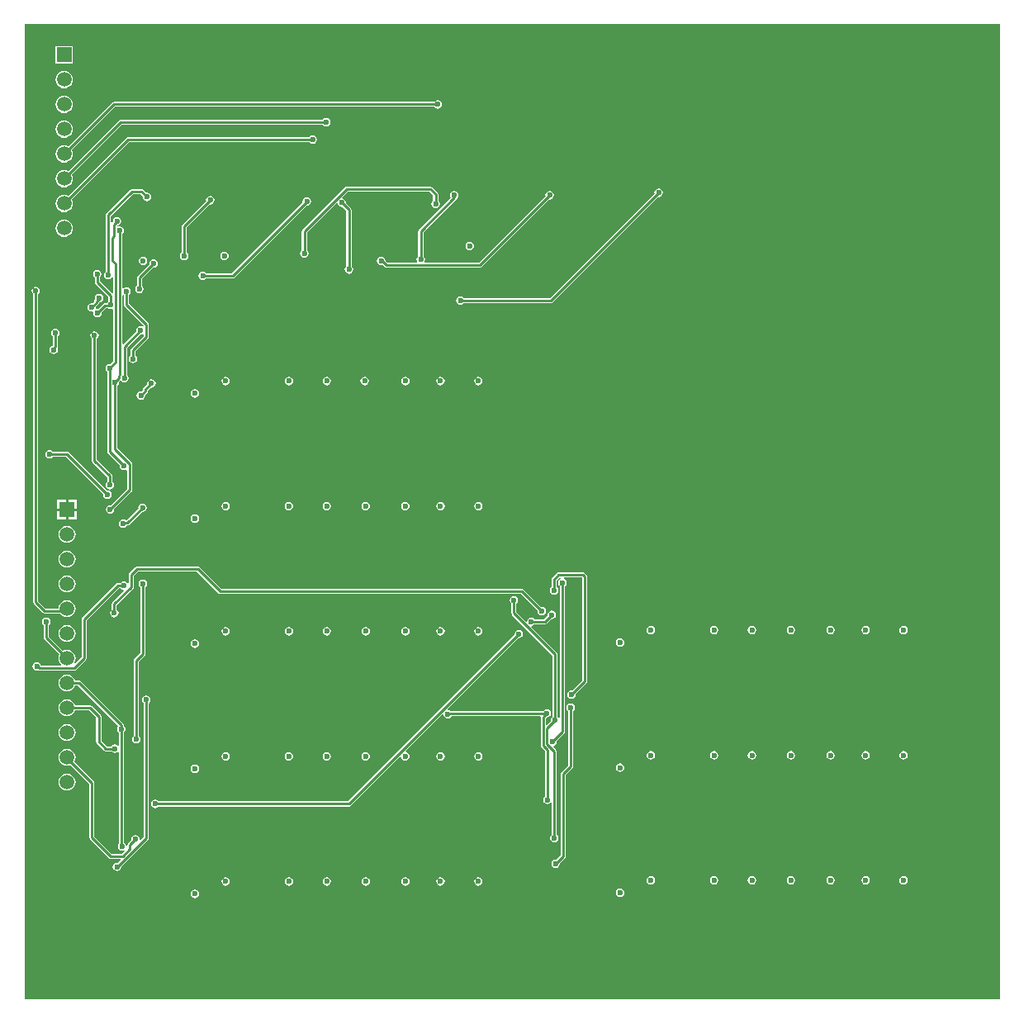
<source format=gbl>
G04*
G04 #@! TF.GenerationSoftware,Altium Limited,Altium Designer,19.1.8 (144)*
G04*
G04 Layer_Physical_Order=2*
G04 Layer_Color=16711680*
%FSLAX25Y25*%
%MOIN*%
G70*
G01*
G75*
%ADD29C,0.01000*%
%ADD30R,0.05906X0.05906*%
%ADD31C,0.05906*%
%ADD32C,0.02362*%
G36*
X393701Y-393701D02*
X0D01*
Y0D01*
X393701D01*
Y-393701D01*
D02*
G37*
%LPC*%
G36*
X19531Y-8904D02*
X12625D01*
Y-15810D01*
X19531D01*
Y-8904D01*
D02*
G37*
G36*
X16078Y-18875D02*
X15177Y-18993D01*
X14337Y-19341D01*
X13615Y-19895D01*
X13062Y-20616D01*
X12714Y-21456D01*
X12595Y-22357D01*
X12714Y-23258D01*
X13062Y-24098D01*
X13615Y-24820D01*
X14337Y-25373D01*
X15177Y-25721D01*
X16078Y-25840D01*
X16979Y-25721D01*
X17819Y-25373D01*
X18541Y-24820D01*
X19094Y-24098D01*
X19442Y-23258D01*
X19560Y-22357D01*
X19442Y-21456D01*
X19094Y-20616D01*
X18541Y-19895D01*
X17819Y-19341D01*
X16979Y-18993D01*
X16078Y-18875D01*
D02*
G37*
G36*
X166878Y-30643D02*
X166222Y-30774D01*
X165666Y-31145D01*
X165537Y-31337D01*
X36078D01*
X35688Y-31415D01*
X35357Y-31636D01*
X17701Y-49292D01*
X16979Y-48993D01*
X16078Y-48875D01*
X15177Y-48993D01*
X14337Y-49341D01*
X13615Y-49895D01*
X13062Y-50616D01*
X12714Y-51456D01*
X12595Y-52357D01*
X12714Y-53259D01*
X13062Y-54098D01*
X13615Y-54820D01*
X14337Y-55373D01*
X15177Y-55721D01*
X16078Y-55840D01*
X16979Y-55721D01*
X17819Y-55373D01*
X18541Y-54820D01*
X19094Y-54098D01*
X19442Y-53259D01*
X19560Y-52357D01*
X19442Y-51456D01*
X19143Y-50734D01*
X36500Y-33377D01*
X165537D01*
X165666Y-33569D01*
X166222Y-33941D01*
X166878Y-34071D01*
X167534Y-33941D01*
X168090Y-33569D01*
X168462Y-33013D01*
X168592Y-32357D01*
X168462Y-31701D01*
X168090Y-31145D01*
X167534Y-30774D01*
X166878Y-30643D01*
D02*
G37*
G36*
X16078Y-28875D02*
X15177Y-28993D01*
X14337Y-29341D01*
X13615Y-29895D01*
X13062Y-30616D01*
X12714Y-31456D01*
X12595Y-32357D01*
X12714Y-33259D01*
X13062Y-34098D01*
X13615Y-34820D01*
X14337Y-35373D01*
X15177Y-35721D01*
X16078Y-35840D01*
X16979Y-35721D01*
X17819Y-35373D01*
X18541Y-34820D01*
X19094Y-34098D01*
X19442Y-33259D01*
X19560Y-32357D01*
X19442Y-31456D01*
X19094Y-30616D01*
X18541Y-29895D01*
X17819Y-29341D01*
X16979Y-28993D01*
X16078Y-28875D01*
D02*
G37*
G36*
X121778Y-37843D02*
X121122Y-37974D01*
X120566Y-38345D01*
X120437Y-38537D01*
X38878D01*
X38488Y-38615D01*
X38157Y-38836D01*
X17701Y-59292D01*
X16979Y-58993D01*
X16078Y-58875D01*
X15177Y-58993D01*
X14337Y-59341D01*
X13615Y-59895D01*
X13062Y-60616D01*
X12714Y-61456D01*
X12595Y-62357D01*
X12714Y-63258D01*
X13062Y-64098D01*
X13615Y-64820D01*
X14337Y-65373D01*
X15177Y-65721D01*
X16078Y-65840D01*
X16979Y-65721D01*
X17819Y-65373D01*
X18541Y-64820D01*
X19094Y-64098D01*
X19442Y-63258D01*
X19560Y-62357D01*
X19442Y-61456D01*
X19143Y-60734D01*
X39300Y-40577D01*
X120437D01*
X120566Y-40769D01*
X121122Y-41141D01*
X121778Y-41271D01*
X122434Y-41141D01*
X122990Y-40769D01*
X123362Y-40213D01*
X123492Y-39557D01*
X123362Y-38901D01*
X122990Y-38345D01*
X122434Y-37974D01*
X121778Y-37843D01*
D02*
G37*
G36*
X16078Y-38875D02*
X15177Y-38993D01*
X14337Y-39341D01*
X13615Y-39895D01*
X13062Y-40616D01*
X12714Y-41456D01*
X12595Y-42357D01*
X12714Y-43259D01*
X13062Y-44098D01*
X13615Y-44820D01*
X14337Y-45373D01*
X15177Y-45721D01*
X16078Y-45840D01*
X16979Y-45721D01*
X17819Y-45373D01*
X18541Y-44820D01*
X19094Y-44098D01*
X19442Y-43259D01*
X19560Y-42357D01*
X19442Y-41456D01*
X19094Y-40616D01*
X18541Y-39895D01*
X17819Y-39341D01*
X16979Y-38993D01*
X16078Y-38875D01*
D02*
G37*
G36*
X116378Y-44843D02*
X115722Y-44974D01*
X115166Y-45345D01*
X115037Y-45537D01*
X41878D01*
X41488Y-45615D01*
X41157Y-45836D01*
X17701Y-69292D01*
X16979Y-68993D01*
X16078Y-68875D01*
X15177Y-68993D01*
X14337Y-69341D01*
X13615Y-69895D01*
X13062Y-70616D01*
X12714Y-71456D01*
X12595Y-72357D01*
X12714Y-73259D01*
X13062Y-74098D01*
X13615Y-74820D01*
X14337Y-75373D01*
X15177Y-75721D01*
X16078Y-75840D01*
X16979Y-75721D01*
X17819Y-75373D01*
X18541Y-74820D01*
X19094Y-74098D01*
X19442Y-73259D01*
X19560Y-72357D01*
X19442Y-71456D01*
X19143Y-70734D01*
X42300Y-47577D01*
X115037D01*
X115166Y-47769D01*
X115722Y-48141D01*
X116378Y-48271D01*
X117034Y-48141D01*
X117590Y-47769D01*
X117962Y-47213D01*
X118092Y-46557D01*
X117962Y-45901D01*
X117590Y-45345D01*
X117034Y-44974D01*
X116378Y-44843D01*
D02*
G37*
G36*
X256000Y-66286D02*
X255344Y-66416D01*
X254788Y-66788D01*
X254416Y-67344D01*
X254286Y-68000D01*
X254331Y-68227D01*
X212078Y-110480D01*
X177341D01*
X177212Y-110288D01*
X176656Y-109916D01*
X176000Y-109786D01*
X175344Y-109916D01*
X174788Y-110288D01*
X174416Y-110844D01*
X174286Y-111500D01*
X174416Y-112156D01*
X174788Y-112712D01*
X175344Y-113084D01*
X176000Y-113214D01*
X176656Y-113084D01*
X177212Y-112712D01*
X177341Y-112520D01*
X212500D01*
X212890Y-112442D01*
X213221Y-112221D01*
X255773Y-69669D01*
X256000Y-69714D01*
X256656Y-69584D01*
X257212Y-69212D01*
X257584Y-68656D01*
X257714Y-68000D01*
X257584Y-67344D01*
X257212Y-66788D01*
X256656Y-66416D01*
X256000Y-66286D01*
D02*
G37*
G36*
X47300Y-66480D02*
X43400D01*
X43010Y-66558D01*
X42679Y-66779D01*
X33179Y-76279D01*
X32958Y-76610D01*
X32880Y-77000D01*
Y-99859D01*
X32688Y-99988D01*
X32316Y-100544D01*
X32186Y-101200D01*
X32316Y-101856D01*
X32688Y-102412D01*
X33244Y-102784D01*
X33900Y-102914D01*
X34556Y-102784D01*
X35112Y-102412D01*
X35462Y-101889D01*
X35498Y-101884D01*
X35961Y-102175D01*
Y-108538D01*
X35705Y-108679D01*
X35462Y-108720D01*
X30420Y-103678D01*
Y-102141D01*
X30612Y-102012D01*
X30984Y-101456D01*
X31114Y-100800D01*
X30984Y-100144D01*
X30612Y-99588D01*
X30056Y-99216D01*
X29400Y-99086D01*
X28744Y-99216D01*
X28188Y-99588D01*
X27816Y-100144D01*
X27686Y-100800D01*
X27816Y-101456D01*
X28188Y-102012D01*
X28380Y-102141D01*
Y-104100D01*
X28458Y-104490D01*
X28679Y-104821D01*
X33780Y-109922D01*
Y-111959D01*
X33588Y-112088D01*
X33285Y-112541D01*
X32539D01*
X32149Y-112619D01*
X31818Y-112840D01*
X29727Y-114931D01*
X29500Y-114886D01*
X29195Y-114947D01*
X28806Y-114558D01*
X28806Y-114340D01*
X28814Y-114300D01*
X28806Y-114259D01*
X28806Y-114036D01*
X29717Y-113125D01*
X29938Y-112794D01*
X29993Y-112518D01*
X30321Y-112190D01*
X30856Y-112084D01*
X31412Y-111712D01*
X31784Y-111156D01*
X31914Y-110500D01*
X31784Y-109844D01*
X31412Y-109288D01*
X30856Y-108916D01*
X30200Y-108786D01*
X29544Y-108916D01*
X28988Y-109288D01*
X28616Y-109844D01*
X28486Y-110500D01*
X28592Y-111034D01*
X28275Y-111352D01*
X28054Y-111683D01*
X27999Y-111959D01*
X27327Y-112631D01*
X27100Y-112586D01*
X26444Y-112716D01*
X25888Y-113088D01*
X25516Y-113644D01*
X25386Y-114300D01*
X25516Y-114956D01*
X25888Y-115512D01*
X26444Y-115884D01*
X27100Y-116014D01*
X27405Y-115953D01*
X27830Y-116379D01*
X27786Y-116600D01*
X27916Y-117256D01*
X28288Y-117812D01*
X28844Y-118184D01*
X29500Y-118314D01*
X30156Y-118184D01*
X30712Y-117812D01*
X31084Y-117256D01*
X31214Y-116600D01*
X31169Y-116373D01*
X32962Y-114580D01*
X33690D01*
X34144Y-114884D01*
X34800Y-115014D01*
X35456Y-114884D01*
X35520Y-114840D01*
X35961Y-115076D01*
Y-135897D01*
X34627Y-137231D01*
X34400Y-137186D01*
X33744Y-137316D01*
X33188Y-137688D01*
X32816Y-138244D01*
X32686Y-138900D01*
X32816Y-139556D01*
X33188Y-140112D01*
X33380Y-140241D01*
Y-172500D01*
X33458Y-172890D01*
X33679Y-173221D01*
X38531Y-178073D01*
X38486Y-178300D01*
X38616Y-178956D01*
X38988Y-179512D01*
X39544Y-179884D01*
X40200Y-180014D01*
X40856Y-179884D01*
X40920Y-179840D01*
X41361Y-180076D01*
Y-187597D01*
X34827Y-194131D01*
X34600Y-194086D01*
X33944Y-194216D01*
X33388Y-194588D01*
X33016Y-195144D01*
X32886Y-195800D01*
X33016Y-196456D01*
X33388Y-197012D01*
X33944Y-197384D01*
X34600Y-197514D01*
X35256Y-197384D01*
X35812Y-197012D01*
X36184Y-196456D01*
X36314Y-195800D01*
X36269Y-195573D01*
X43102Y-188740D01*
X43323Y-188409D01*
X43401Y-188019D01*
Y-177397D01*
X43323Y-177006D01*
X43102Y-176676D01*
X37606Y-171179D01*
Y-145941D01*
X37798Y-145812D01*
X38170Y-145256D01*
X38300Y-144600D01*
X38255Y-144373D01*
X38598Y-144029D01*
X39188Y-144012D01*
X39744Y-144384D01*
X40400Y-144514D01*
X41056Y-144384D01*
X41612Y-144012D01*
X41984Y-143456D01*
X42114Y-142800D01*
X41984Y-142144D01*
X41612Y-141588D01*
X41420Y-141459D01*
Y-130522D01*
X46673Y-125269D01*
X46900Y-125314D01*
X47556Y-125184D01*
X47708Y-125082D01*
X48147Y-125304D01*
X48191Y-125767D01*
X43079Y-130879D01*
X42858Y-131210D01*
X42780Y-131600D01*
Y-133759D01*
X42588Y-133888D01*
X42216Y-134444D01*
X42086Y-135100D01*
X42216Y-135756D01*
X42588Y-136312D01*
X43144Y-136684D01*
X43800Y-136814D01*
X44456Y-136684D01*
X45012Y-136312D01*
X45384Y-135756D01*
X45514Y-135100D01*
X45384Y-134444D01*
X45012Y-133888D01*
X44820Y-133759D01*
Y-132022D01*
X50007Y-126835D01*
X50228Y-126504D01*
X50305Y-126114D01*
Y-121184D01*
X50228Y-120794D01*
X50007Y-120463D01*
X42220Y-112676D01*
Y-109141D01*
X42412Y-109012D01*
X42784Y-108456D01*
X42914Y-107800D01*
X42784Y-107144D01*
X42412Y-106588D01*
X41856Y-106216D01*
X41200Y-106086D01*
X40544Y-106216D01*
X40001Y-106579D01*
X39921Y-106565D01*
X39501Y-106417D01*
Y-84653D01*
X39712Y-84512D01*
X40084Y-83956D01*
X40214Y-83300D01*
X40084Y-82644D01*
X39712Y-82088D01*
X39156Y-81716D01*
X38500Y-81586D01*
X37923Y-81701D01*
X37763Y-81667D01*
X37371Y-81431D01*
X37345Y-81273D01*
X37400Y-81214D01*
X38056Y-81084D01*
X38612Y-80712D01*
X38984Y-80156D01*
X39114Y-79500D01*
X38984Y-78844D01*
X38612Y-78288D01*
X38056Y-77916D01*
X37400Y-77786D01*
X36744Y-77916D01*
X36188Y-78288D01*
X35816Y-78844D01*
X35686Y-79500D01*
X35724Y-79690D01*
X35371Y-80019D01*
X34920Y-79840D01*
Y-77422D01*
X43822Y-68520D01*
X46878D01*
X47831Y-69473D01*
X47786Y-69700D01*
X47916Y-70356D01*
X48288Y-70912D01*
X48844Y-71284D01*
X49500Y-71414D01*
X50156Y-71284D01*
X50712Y-70912D01*
X51084Y-70356D01*
X51214Y-69700D01*
X51084Y-69044D01*
X50712Y-68488D01*
X50156Y-68116D01*
X49500Y-67986D01*
X49273Y-68031D01*
X48021Y-66779D01*
X47690Y-66558D01*
X47300Y-66480D01*
D02*
G37*
G36*
X75000Y-69286D02*
X74344Y-69416D01*
X73788Y-69788D01*
X73416Y-70344D01*
X73286Y-71000D01*
X73331Y-71227D01*
X63779Y-80779D01*
X63558Y-81110D01*
X63480Y-81500D01*
Y-92159D01*
X63288Y-92288D01*
X62916Y-92844D01*
X62786Y-93500D01*
X62916Y-94156D01*
X63288Y-94712D01*
X63844Y-95084D01*
X64500Y-95214D01*
X65156Y-95084D01*
X65712Y-94712D01*
X66084Y-94156D01*
X66214Y-93500D01*
X66084Y-92844D01*
X65712Y-92288D01*
X65520Y-92159D01*
Y-81922D01*
X74773Y-72669D01*
X75000Y-72714D01*
X75656Y-72584D01*
X76212Y-72212D01*
X76584Y-71656D01*
X76714Y-71000D01*
X76584Y-70344D01*
X76212Y-69788D01*
X75656Y-69416D01*
X75000Y-69286D01*
D02*
G37*
G36*
X114000Y-69786D02*
X113344Y-69916D01*
X112788Y-70288D01*
X112416Y-70844D01*
X112286Y-71500D01*
X112331Y-71727D01*
X83578Y-100480D01*
X73341D01*
X73212Y-100288D01*
X72656Y-99916D01*
X72000Y-99786D01*
X71344Y-99916D01*
X70788Y-100288D01*
X70416Y-100844D01*
X70286Y-101500D01*
X70416Y-102156D01*
X70788Y-102712D01*
X71344Y-103084D01*
X72000Y-103214D01*
X72656Y-103084D01*
X73212Y-102712D01*
X73341Y-102520D01*
X84000D01*
X84390Y-102442D01*
X84721Y-102221D01*
X113773Y-73169D01*
X114000Y-73214D01*
X114656Y-73084D01*
X115212Y-72712D01*
X115584Y-72156D01*
X115714Y-71500D01*
X115584Y-70844D01*
X115212Y-70288D01*
X114656Y-69916D01*
X114000Y-69786D01*
D02*
G37*
G36*
X163914Y-65480D02*
X130000D01*
X129610Y-65558D01*
X129279Y-65779D01*
X112279Y-82779D01*
X112058Y-83110D01*
X111980Y-83500D01*
Y-91159D01*
X111788Y-91288D01*
X111416Y-91844D01*
X111286Y-92500D01*
X111416Y-93156D01*
X111788Y-93712D01*
X112344Y-94084D01*
X113000Y-94214D01*
X113656Y-94084D01*
X114212Y-93712D01*
X114584Y-93156D01*
X114714Y-92500D01*
X114584Y-91844D01*
X114212Y-91288D01*
X114020Y-91159D01*
Y-83922D01*
X125804Y-72138D01*
X126346Y-72303D01*
X126416Y-72656D01*
X126788Y-73212D01*
X127344Y-73584D01*
X128000Y-73714D01*
X128227Y-73669D01*
X129980Y-75422D01*
Y-97659D01*
X129788Y-97788D01*
X129416Y-98344D01*
X129286Y-99000D01*
X129416Y-99656D01*
X129788Y-100212D01*
X130344Y-100584D01*
X131000Y-100714D01*
X131656Y-100584D01*
X132212Y-100212D01*
X132584Y-99656D01*
X132714Y-99000D01*
X132584Y-98344D01*
X132212Y-97788D01*
X132020Y-97659D01*
Y-75000D01*
X131942Y-74610D01*
X131721Y-74279D01*
X129669Y-72227D01*
X129714Y-72000D01*
X129584Y-71344D01*
X129212Y-70788D01*
X128656Y-70416D01*
X128303Y-70346D01*
X128138Y-69804D01*
X130422Y-67520D01*
X163492D01*
X164980Y-69008D01*
Y-71159D01*
X164788Y-71288D01*
X164416Y-71844D01*
X164286Y-72500D01*
X164416Y-73156D01*
X164788Y-73712D01*
X165344Y-74084D01*
X166000Y-74214D01*
X166656Y-74084D01*
X167212Y-73712D01*
X167584Y-73156D01*
X167714Y-72500D01*
X167584Y-71844D01*
X167212Y-71288D01*
X167020Y-71159D01*
Y-68586D01*
X166942Y-68196D01*
X166721Y-67865D01*
X164635Y-65779D01*
X164304Y-65558D01*
X163914Y-65480D01*
D02*
G37*
G36*
X16078Y-78875D02*
X15177Y-78993D01*
X14337Y-79341D01*
X13615Y-79895D01*
X13062Y-80616D01*
X12714Y-81456D01*
X12595Y-82357D01*
X12714Y-83258D01*
X13062Y-84098D01*
X13615Y-84820D01*
X14337Y-85373D01*
X15177Y-85721D01*
X16078Y-85840D01*
X16979Y-85721D01*
X17819Y-85373D01*
X18541Y-84820D01*
X19094Y-84098D01*
X19442Y-83258D01*
X19560Y-82357D01*
X19442Y-81456D01*
X19094Y-80616D01*
X18541Y-79895D01*
X17819Y-79341D01*
X16979Y-78993D01*
X16078Y-78875D01*
D02*
G37*
G36*
X179760Y-87786D02*
X179104Y-87916D01*
X178548Y-88288D01*
X178176Y-88844D01*
X178046Y-89500D01*
X178176Y-90156D01*
X178548Y-90712D01*
X179104Y-91084D01*
X179760Y-91214D01*
X180416Y-91084D01*
X180972Y-90712D01*
X181343Y-90156D01*
X181474Y-89500D01*
X181343Y-88844D01*
X180972Y-88288D01*
X180416Y-87916D01*
X179760Y-87786D01*
D02*
G37*
G36*
X80760Y-91786D02*
X80104Y-91916D01*
X79548Y-92288D01*
X79176Y-92844D01*
X79046Y-93500D01*
X79176Y-94156D01*
X79548Y-94712D01*
X80104Y-95084D01*
X80760Y-95214D01*
X81416Y-95084D01*
X81972Y-94712D01*
X82343Y-94156D01*
X82474Y-93500D01*
X82343Y-92844D01*
X81972Y-92288D01*
X81416Y-91916D01*
X80760Y-91786D01*
D02*
G37*
G36*
X212000Y-67286D02*
X211344Y-67416D01*
X210788Y-67788D01*
X210416Y-68344D01*
X210286Y-69000D01*
X210331Y-69227D01*
X183397Y-96162D01*
X161776D01*
X161540Y-95720D01*
X161584Y-95656D01*
X161714Y-95000D01*
X161584Y-94344D01*
X161212Y-93788D01*
X161020Y-93659D01*
Y-83922D01*
X174221Y-70721D01*
X174439Y-70394D01*
X174712Y-70212D01*
X175084Y-69656D01*
X175214Y-69000D01*
X175084Y-68344D01*
X174712Y-67788D01*
X174156Y-67416D01*
X173500Y-67286D01*
X172844Y-67416D01*
X172288Y-67788D01*
X171916Y-68344D01*
X171786Y-69000D01*
X171916Y-69656D01*
X172111Y-69947D01*
X159279Y-82779D01*
X159058Y-83110D01*
X158980Y-83500D01*
Y-93659D01*
X158788Y-93788D01*
X158416Y-94344D01*
X158286Y-95000D01*
X158416Y-95656D01*
X158460Y-95720D01*
X158224Y-96162D01*
X146472D01*
X145690Y-95380D01*
X145584Y-94844D01*
X145212Y-94288D01*
X144656Y-93916D01*
X144000Y-93786D01*
X143344Y-93916D01*
X142788Y-94288D01*
X142416Y-94844D01*
X142286Y-95500D01*
X142416Y-96156D01*
X142788Y-96712D01*
X143344Y-97084D01*
X144000Y-97214D01*
X144534Y-97108D01*
X145329Y-97902D01*
X145659Y-98123D01*
X146050Y-98201D01*
X183819D01*
X184209Y-98123D01*
X184540Y-97902D01*
X211773Y-70669D01*
X212000Y-70714D01*
X212656Y-70584D01*
X213212Y-70212D01*
X213584Y-69656D01*
X213714Y-69000D01*
X213584Y-68344D01*
X213212Y-67788D01*
X212656Y-67416D01*
X212000Y-67286D01*
D02*
G37*
G36*
X47900Y-93786D02*
X47244Y-93916D01*
X46688Y-94288D01*
X46316Y-94844D01*
X46186Y-95500D01*
X46316Y-96156D01*
X46688Y-96712D01*
X47244Y-97084D01*
X47900Y-97214D01*
X48556Y-97084D01*
X49112Y-96712D01*
X49484Y-96156D01*
X49614Y-95500D01*
X49484Y-94844D01*
X49112Y-94288D01*
X48556Y-93916D01*
X47900Y-93786D01*
D02*
G37*
G36*
X52100Y-94886D02*
X51444Y-95016D01*
X50888Y-95388D01*
X50516Y-95944D01*
X50386Y-96600D01*
X50431Y-96827D01*
X45679Y-101579D01*
X45458Y-101910D01*
X45380Y-102300D01*
Y-105559D01*
X45188Y-105688D01*
X44816Y-106244D01*
X44686Y-106900D01*
X44816Y-107556D01*
X45188Y-108112D01*
X45744Y-108484D01*
X46400Y-108614D01*
X47056Y-108484D01*
X47612Y-108112D01*
X47984Y-107556D01*
X48114Y-106900D01*
X47984Y-106244D01*
X47612Y-105688D01*
X47420Y-105559D01*
Y-102722D01*
X51873Y-98269D01*
X52100Y-98314D01*
X52756Y-98184D01*
X53312Y-97812D01*
X53684Y-97256D01*
X53814Y-96600D01*
X53684Y-95944D01*
X53312Y-95388D01*
X52756Y-95016D01*
X52100Y-94886D01*
D02*
G37*
G36*
X12500Y-122886D02*
X11844Y-123016D01*
X11288Y-123388D01*
X10916Y-123944D01*
X10786Y-124600D01*
X10916Y-125256D01*
X11288Y-125812D01*
X11480Y-125941D01*
Y-129750D01*
X11144Y-129816D01*
X10588Y-130188D01*
X10216Y-130744D01*
X10086Y-131400D01*
X10216Y-132056D01*
X10588Y-132612D01*
X11144Y-132984D01*
X11800Y-133114D01*
X12456Y-132984D01*
X13012Y-132612D01*
X13384Y-132056D01*
X13514Y-131400D01*
X13394Y-130794D01*
X13442Y-130722D01*
X13520Y-130331D01*
Y-125941D01*
X13712Y-125812D01*
X14084Y-125256D01*
X14214Y-124600D01*
X14084Y-123944D01*
X13712Y-123388D01*
X13156Y-123016D01*
X12500Y-122886D01*
D02*
G37*
G36*
X183260Y-142286D02*
X182604Y-142416D01*
X182048Y-142788D01*
X181676Y-143344D01*
X181546Y-144000D01*
X181676Y-144656D01*
X182048Y-145212D01*
X182604Y-145584D01*
X183260Y-145714D01*
X183916Y-145584D01*
X184472Y-145212D01*
X184843Y-144656D01*
X184974Y-144000D01*
X184843Y-143344D01*
X184472Y-142788D01*
X183916Y-142416D01*
X183260Y-142286D01*
D02*
G37*
G36*
X167960D02*
X167304Y-142416D01*
X166748Y-142788D01*
X166376Y-143344D01*
X166246Y-144000D01*
X166376Y-144656D01*
X166748Y-145212D01*
X167304Y-145584D01*
X167960Y-145714D01*
X168616Y-145584D01*
X169172Y-145212D01*
X169543Y-144656D01*
X169674Y-144000D01*
X169543Y-143344D01*
X169172Y-142788D01*
X168616Y-142416D01*
X167960Y-142286D01*
D02*
G37*
G36*
X153760D02*
X153104Y-142416D01*
X152548Y-142788D01*
X152176Y-143344D01*
X152046Y-144000D01*
X152176Y-144656D01*
X152548Y-145212D01*
X153104Y-145584D01*
X153760Y-145714D01*
X154416Y-145584D01*
X154972Y-145212D01*
X155343Y-144656D01*
X155474Y-144000D01*
X155343Y-143344D01*
X154972Y-142788D01*
X154416Y-142416D01*
X153760Y-142286D01*
D02*
G37*
G36*
X137360D02*
X136704Y-142416D01*
X136148Y-142788D01*
X135776Y-143344D01*
X135646Y-144000D01*
X135776Y-144656D01*
X136148Y-145212D01*
X136704Y-145584D01*
X137360Y-145714D01*
X138016Y-145584D01*
X138572Y-145212D01*
X138943Y-144656D01*
X139074Y-144000D01*
X138943Y-143344D01*
X138572Y-142788D01*
X138016Y-142416D01*
X137360Y-142286D01*
D02*
G37*
G36*
X122060D02*
X121404Y-142416D01*
X120848Y-142788D01*
X120476Y-143344D01*
X120346Y-144000D01*
X120476Y-144656D01*
X120848Y-145212D01*
X121404Y-145584D01*
X122060Y-145714D01*
X122716Y-145584D01*
X123272Y-145212D01*
X123643Y-144656D01*
X123774Y-144000D01*
X123643Y-143344D01*
X123272Y-142788D01*
X122716Y-142416D01*
X122060Y-142286D01*
D02*
G37*
G36*
X106760D02*
X106104Y-142416D01*
X105548Y-142788D01*
X105176Y-143344D01*
X105046Y-144000D01*
X105176Y-144656D01*
X105548Y-145212D01*
X106104Y-145584D01*
X106760Y-145714D01*
X107416Y-145584D01*
X107972Y-145212D01*
X108343Y-144656D01*
X108474Y-144000D01*
X108343Y-143344D01*
X107972Y-142788D01*
X107416Y-142416D01*
X106760Y-142286D01*
D02*
G37*
G36*
X81260D02*
X80604Y-142416D01*
X80048Y-142788D01*
X79676Y-143344D01*
X79546Y-144000D01*
X79676Y-144656D01*
X80048Y-145212D01*
X80604Y-145584D01*
X81260Y-145714D01*
X81916Y-145584D01*
X82472Y-145212D01*
X82843Y-144656D01*
X82974Y-144000D01*
X82843Y-143344D01*
X82472Y-142788D01*
X81916Y-142416D01*
X81260Y-142286D01*
D02*
G37*
G36*
X51300Y-143286D02*
X50644Y-143416D01*
X50088Y-143788D01*
X49716Y-144344D01*
X49586Y-145000D01*
X49631Y-145227D01*
X48175Y-146683D01*
X47954Y-147014D01*
X47876Y-147404D01*
Y-147582D01*
X47227Y-148231D01*
X47000Y-148186D01*
X46344Y-148316D01*
X45788Y-148688D01*
X45416Y-149244D01*
X45286Y-149900D01*
X45416Y-150556D01*
X45788Y-151112D01*
X46344Y-151484D01*
X47000Y-151614D01*
X47656Y-151484D01*
X48212Y-151112D01*
X48584Y-150556D01*
X48714Y-149900D01*
X48669Y-149673D01*
X49617Y-148725D01*
X49838Y-148394D01*
X49915Y-148004D01*
Y-147827D01*
X51073Y-146669D01*
X51300Y-146714D01*
X51956Y-146584D01*
X52512Y-146212D01*
X52884Y-145656D01*
X53014Y-145000D01*
X52884Y-144344D01*
X52512Y-143788D01*
X51956Y-143416D01*
X51300Y-143286D01*
D02*
G37*
G36*
X68803Y-147286D02*
X68147Y-147416D01*
X67591Y-147788D01*
X67220Y-148344D01*
X67089Y-149000D01*
X67220Y-149656D01*
X67591Y-150212D01*
X68147Y-150584D01*
X68803Y-150714D01*
X69459Y-150584D01*
X70015Y-150212D01*
X70387Y-149656D01*
X70517Y-149000D01*
X70387Y-148344D01*
X70015Y-147788D01*
X69459Y-147416D01*
X68803Y-147286D01*
D02*
G37*
G36*
X28300Y-123986D02*
X27644Y-124116D01*
X27088Y-124488D01*
X26716Y-125044D01*
X26586Y-125700D01*
X26716Y-126356D01*
X27088Y-126912D01*
X27280Y-127041D01*
Y-176100D01*
X27358Y-176490D01*
X27579Y-176821D01*
X33480Y-182722D01*
Y-184659D01*
X33288Y-184788D01*
X32916Y-185344D01*
X32786Y-186000D01*
X32916Y-186656D01*
X33288Y-187212D01*
X33844Y-187584D01*
X34500Y-187714D01*
X35156Y-187584D01*
X35712Y-187212D01*
X36084Y-186656D01*
X36214Y-186000D01*
X36084Y-185344D01*
X35712Y-184788D01*
X35520Y-184659D01*
Y-182300D01*
X35442Y-181910D01*
X35221Y-181579D01*
X29320Y-175678D01*
Y-127041D01*
X29512Y-126912D01*
X29884Y-126356D01*
X30014Y-125700D01*
X29884Y-125044D01*
X29512Y-124488D01*
X28956Y-124116D01*
X28300Y-123986D01*
D02*
G37*
G36*
X10200Y-171886D02*
X9544Y-172016D01*
X8988Y-172388D01*
X8616Y-172944D01*
X8486Y-173600D01*
X8616Y-174256D01*
X8988Y-174812D01*
X9544Y-175184D01*
X10200Y-175314D01*
X10856Y-175184D01*
X11412Y-174812D01*
X11541Y-174620D01*
X16878D01*
X31831Y-189573D01*
X31786Y-189800D01*
X31916Y-190456D01*
X32288Y-191012D01*
X32844Y-191384D01*
X33500Y-191514D01*
X34156Y-191384D01*
X34712Y-191012D01*
X35084Y-190456D01*
X35214Y-189800D01*
X35084Y-189144D01*
X34712Y-188588D01*
X34156Y-188216D01*
X33500Y-188086D01*
X33273Y-188131D01*
X18021Y-172879D01*
X17690Y-172658D01*
X17300Y-172580D01*
X11541D01*
X11412Y-172388D01*
X10856Y-172016D01*
X10200Y-171886D01*
D02*
G37*
G36*
X21131Y-191937D02*
X17678D01*
Y-195390D01*
X21131D01*
Y-191937D01*
D02*
G37*
G36*
X16678D02*
X13225D01*
Y-195390D01*
X16678D01*
Y-191937D01*
D02*
G37*
G36*
X183260Y-192786D02*
X182604Y-192916D01*
X182048Y-193288D01*
X181676Y-193844D01*
X181546Y-194500D01*
X181676Y-195156D01*
X182048Y-195712D01*
X182604Y-196084D01*
X183260Y-196214D01*
X183916Y-196084D01*
X184472Y-195712D01*
X184843Y-195156D01*
X184974Y-194500D01*
X184843Y-193844D01*
X184472Y-193288D01*
X183916Y-192916D01*
X183260Y-192786D01*
D02*
G37*
G36*
X167960D02*
X167304Y-192916D01*
X166748Y-193288D01*
X166376Y-193844D01*
X166246Y-194500D01*
X166376Y-195156D01*
X166748Y-195712D01*
X167304Y-196084D01*
X167960Y-196214D01*
X168616Y-196084D01*
X169172Y-195712D01*
X169543Y-195156D01*
X169674Y-194500D01*
X169543Y-193844D01*
X169172Y-193288D01*
X168616Y-192916D01*
X167960Y-192786D01*
D02*
G37*
G36*
X153760D02*
X153104Y-192916D01*
X152548Y-193288D01*
X152176Y-193844D01*
X152046Y-194500D01*
X152176Y-195156D01*
X152548Y-195712D01*
X153104Y-196084D01*
X153760Y-196214D01*
X154416Y-196084D01*
X154972Y-195712D01*
X155343Y-195156D01*
X155474Y-194500D01*
X155343Y-193844D01*
X154972Y-193288D01*
X154416Y-192916D01*
X153760Y-192786D01*
D02*
G37*
G36*
X137760D02*
X137104Y-192916D01*
X136548Y-193288D01*
X136176Y-193844D01*
X136046Y-194500D01*
X136176Y-195156D01*
X136548Y-195712D01*
X137104Y-196084D01*
X137760Y-196214D01*
X138416Y-196084D01*
X138972Y-195712D01*
X139343Y-195156D01*
X139474Y-194500D01*
X139343Y-193844D01*
X138972Y-193288D01*
X138416Y-192916D01*
X137760Y-192786D01*
D02*
G37*
G36*
X122060D02*
X121404Y-192916D01*
X120848Y-193288D01*
X120476Y-193844D01*
X120346Y-194500D01*
X120476Y-195156D01*
X120848Y-195712D01*
X121404Y-196084D01*
X122060Y-196214D01*
X122716Y-196084D01*
X123272Y-195712D01*
X123643Y-195156D01*
X123774Y-194500D01*
X123643Y-193844D01*
X123272Y-193288D01*
X122716Y-192916D01*
X122060Y-192786D01*
D02*
G37*
G36*
X106760D02*
X106104Y-192916D01*
X105548Y-193288D01*
X105176Y-193844D01*
X105046Y-194500D01*
X105176Y-195156D01*
X105548Y-195712D01*
X106104Y-196084D01*
X106760Y-196214D01*
X107416Y-196084D01*
X107972Y-195712D01*
X108343Y-195156D01*
X108474Y-194500D01*
X108343Y-193844D01*
X107972Y-193288D01*
X107416Y-192916D01*
X106760Y-192786D01*
D02*
G37*
G36*
X81260D02*
X80604Y-192916D01*
X80048Y-193288D01*
X79676Y-193844D01*
X79546Y-194500D01*
X79676Y-195156D01*
X80048Y-195712D01*
X80604Y-196084D01*
X81260Y-196214D01*
X81916Y-196084D01*
X82472Y-195712D01*
X82843Y-195156D01*
X82974Y-194500D01*
X82843Y-193844D01*
X82472Y-193288D01*
X81916Y-192916D01*
X81260Y-192786D01*
D02*
G37*
G36*
X47700Y-193386D02*
X47044Y-193516D01*
X46488Y-193888D01*
X46116Y-194444D01*
X45986Y-195100D01*
X46031Y-195327D01*
X41038Y-200320D01*
X41010D01*
X40556Y-200016D01*
X39900Y-199886D01*
X39244Y-200016D01*
X38688Y-200388D01*
X38316Y-200944D01*
X38186Y-201600D01*
X38316Y-202256D01*
X38688Y-202812D01*
X39244Y-203184D01*
X39900Y-203314D01*
X40556Y-203184D01*
X41112Y-202812D01*
X41415Y-202359D01*
X41461D01*
X41851Y-202281D01*
X42182Y-202060D01*
X47473Y-196769D01*
X47700Y-196814D01*
X48356Y-196684D01*
X48912Y-196312D01*
X49284Y-195756D01*
X49414Y-195100D01*
X49284Y-194444D01*
X48912Y-193888D01*
X48356Y-193516D01*
X47700Y-193386D01*
D02*
G37*
G36*
X21131Y-196390D02*
X17678D01*
Y-199842D01*
X21131D01*
Y-196390D01*
D02*
G37*
G36*
X16678D02*
X13225D01*
Y-199842D01*
X16678D01*
Y-196390D01*
D02*
G37*
G36*
X68803Y-197786D02*
X68147Y-197916D01*
X67591Y-198288D01*
X67220Y-198844D01*
X67089Y-199500D01*
X67220Y-200156D01*
X67591Y-200712D01*
X68147Y-201084D01*
X68803Y-201214D01*
X69459Y-201084D01*
X70015Y-200712D01*
X70387Y-200156D01*
X70517Y-199500D01*
X70387Y-198844D01*
X70015Y-198288D01*
X69459Y-197916D01*
X68803Y-197786D01*
D02*
G37*
G36*
X17178Y-202407D02*
X16277Y-202526D01*
X15437Y-202874D01*
X14715Y-203427D01*
X14162Y-204148D01*
X13814Y-204988D01*
X13695Y-205890D01*
X13814Y-206791D01*
X14162Y-207631D01*
X14715Y-208352D01*
X15437Y-208906D01*
X16277Y-209254D01*
X17178Y-209372D01*
X18079Y-209254D01*
X18919Y-208906D01*
X19640Y-208352D01*
X20194Y-207631D01*
X20542Y-206791D01*
X20661Y-205890D01*
X20542Y-204988D01*
X20194Y-204148D01*
X19640Y-203427D01*
X18919Y-202874D01*
X18079Y-202526D01*
X17178Y-202407D01*
D02*
G37*
G36*
Y-212407D02*
X16277Y-212526D01*
X15437Y-212874D01*
X14715Y-213427D01*
X14162Y-214148D01*
X13814Y-214988D01*
X13695Y-215890D01*
X13814Y-216791D01*
X14162Y-217631D01*
X14715Y-218352D01*
X15437Y-218906D01*
X16277Y-219253D01*
X17178Y-219372D01*
X18079Y-219253D01*
X18919Y-218906D01*
X19640Y-218352D01*
X20194Y-217631D01*
X20542Y-216791D01*
X20661Y-215890D01*
X20542Y-214988D01*
X20194Y-214148D01*
X19640Y-213427D01*
X18919Y-212874D01*
X18079Y-212526D01*
X17178Y-212407D01*
D02*
G37*
G36*
Y-222407D02*
X16277Y-222526D01*
X15437Y-222874D01*
X14715Y-223427D01*
X14162Y-224148D01*
X13814Y-224988D01*
X13695Y-225890D01*
X13814Y-226791D01*
X14162Y-227631D01*
X14715Y-228352D01*
X15437Y-228906D01*
X16277Y-229254D01*
X17178Y-229372D01*
X18079Y-229254D01*
X18919Y-228906D01*
X19640Y-228352D01*
X20194Y-227631D01*
X20542Y-226791D01*
X20661Y-225890D01*
X20542Y-224988D01*
X20194Y-224148D01*
X19640Y-223427D01*
X18919Y-222874D01*
X18079Y-222526D01*
X17178Y-222407D01*
D02*
G37*
G36*
X70000Y-218880D02*
X45386D01*
X44996Y-218958D01*
X44665Y-219179D01*
X42479Y-221365D01*
X42258Y-221696D01*
X42180Y-222086D01*
Y-225551D01*
X41680Y-225703D01*
X41481Y-225404D01*
X40925Y-225032D01*
X40269Y-224902D01*
X39613Y-225032D01*
X39057Y-225404D01*
X38928Y-225596D01*
X37689D01*
X37299Y-225674D01*
X36968Y-225895D01*
X23321Y-239541D01*
X23100Y-239872D01*
X23023Y-240262D01*
Y-255478D01*
X20600Y-257901D01*
X20194Y-257631D01*
X20542Y-256791D01*
X20661Y-255890D01*
X20542Y-254988D01*
X20194Y-254148D01*
X19640Y-253427D01*
X18919Y-252874D01*
X18079Y-252526D01*
X17178Y-252407D01*
X16277Y-252526D01*
X15555Y-252825D01*
X9820Y-247089D01*
Y-242441D01*
X10012Y-242312D01*
X10384Y-241756D01*
X10514Y-241100D01*
X10384Y-240444D01*
X10012Y-239888D01*
X9456Y-239516D01*
X8800Y-239386D01*
X8144Y-239516D01*
X7588Y-239888D01*
X7216Y-240444D01*
X7086Y-241100D01*
X7216Y-241756D01*
X7588Y-242312D01*
X7780Y-242441D01*
Y-247512D01*
X7858Y-247902D01*
X8079Y-248233D01*
X14113Y-254267D01*
X13814Y-254988D01*
X13695Y-255890D01*
X13814Y-256791D01*
X14162Y-257631D01*
X14693Y-258323D01*
X14659Y-258517D01*
X14556Y-258823D01*
X6639D01*
X6584Y-258544D01*
X6212Y-257988D01*
X5656Y-257616D01*
X5000Y-257486D01*
X4344Y-257616D01*
X3788Y-257988D01*
X3416Y-258544D01*
X3286Y-259200D01*
X3416Y-259856D01*
X3788Y-260412D01*
X4344Y-260784D01*
X5000Y-260914D01*
X5636Y-260787D01*
X6011Y-260862D01*
X20100D01*
X20490Y-260784D01*
X20821Y-260563D01*
X24763Y-256621D01*
X24984Y-256290D01*
X25062Y-255900D01*
Y-240684D01*
X38111Y-227635D01*
X38928D01*
X39057Y-227828D01*
X39613Y-228199D01*
X39895Y-228256D01*
X40060Y-228798D01*
X35579Y-233279D01*
X35358Y-233610D01*
X35280Y-234000D01*
Y-236359D01*
X35088Y-236488D01*
X34716Y-237044D01*
X34586Y-237700D01*
X34716Y-238356D01*
X35088Y-238912D01*
X35644Y-239284D01*
X36300Y-239414D01*
X36956Y-239284D01*
X37512Y-238912D01*
X37884Y-238356D01*
X38014Y-237700D01*
X37884Y-237044D01*
X37512Y-236488D01*
X37320Y-236359D01*
Y-234422D01*
X43921Y-227821D01*
X44142Y-227490D01*
X44220Y-227100D01*
Y-222508D01*
X45808Y-220920D01*
X69578D01*
X78279Y-229621D01*
X78610Y-229842D01*
X79000Y-229920D01*
X200378D01*
X207131Y-236673D01*
X207086Y-236900D01*
X207216Y-237556D01*
X207588Y-238112D01*
X208144Y-238484D01*
X208800Y-238614D01*
X209456Y-238484D01*
X210012Y-238112D01*
X210384Y-237556D01*
X210514Y-236900D01*
X210384Y-236244D01*
X210012Y-235688D01*
X209456Y-235316D01*
X208800Y-235186D01*
X208573Y-235231D01*
X201521Y-228179D01*
X201190Y-227958D01*
X200800Y-227880D01*
X79422D01*
X70721Y-219179D01*
X70390Y-218958D01*
X70000Y-218880D01*
D02*
G37*
G36*
X4600Y-105986D02*
X3944Y-106116D01*
X3388Y-106488D01*
X3016Y-107044D01*
X2886Y-107700D01*
X3016Y-108356D01*
X3388Y-108912D01*
X3580Y-109041D01*
Y-233157D01*
X3658Y-233547D01*
X3879Y-233878D01*
X7479Y-237478D01*
X7810Y-237699D01*
X8200Y-237777D01*
X14274D01*
X14715Y-238352D01*
X15437Y-238906D01*
X16277Y-239253D01*
X17178Y-239372D01*
X18079Y-239253D01*
X18919Y-238906D01*
X19640Y-238352D01*
X20194Y-237631D01*
X20542Y-236791D01*
X20661Y-235890D01*
X20542Y-234988D01*
X20194Y-234148D01*
X19640Y-233427D01*
X18919Y-232874D01*
X18079Y-232526D01*
X17178Y-232407D01*
X16277Y-232526D01*
X15437Y-232874D01*
X14715Y-233427D01*
X14162Y-234148D01*
X13814Y-234988D01*
X13715Y-235737D01*
X8622D01*
X5620Y-232735D01*
Y-109041D01*
X5812Y-108912D01*
X6184Y-108356D01*
X6314Y-107700D01*
X6184Y-107044D01*
X5812Y-106488D01*
X5256Y-106116D01*
X4600Y-105986D01*
D02*
G37*
G36*
X354878Y-242843D02*
X354222Y-242974D01*
X353666Y-243345D01*
X353294Y-243901D01*
X353164Y-244557D01*
X353294Y-245213D01*
X353666Y-245769D01*
X354222Y-246141D01*
X354878Y-246271D01*
X355534Y-246141D01*
X356090Y-245769D01*
X356462Y-245213D01*
X356592Y-244557D01*
X356462Y-243901D01*
X356090Y-243345D01*
X355534Y-242974D01*
X354878Y-242843D01*
D02*
G37*
G36*
X339578D02*
X338922Y-242974D01*
X338366Y-243345D01*
X337994Y-243901D01*
X337864Y-244557D01*
X337994Y-245213D01*
X338366Y-245769D01*
X338922Y-246141D01*
X339578Y-246271D01*
X340234Y-246141D01*
X340790Y-245769D01*
X341161Y-245213D01*
X341292Y-244557D01*
X341161Y-243901D01*
X340790Y-243345D01*
X340234Y-242974D01*
X339578Y-242843D01*
D02*
G37*
G36*
X325378D02*
X324722Y-242974D01*
X324166Y-243345D01*
X323794Y-243901D01*
X323664Y-244557D01*
X323794Y-245213D01*
X324166Y-245769D01*
X324722Y-246141D01*
X325378Y-246271D01*
X326034Y-246141D01*
X326590Y-245769D01*
X326961Y-245213D01*
X327092Y-244557D01*
X326961Y-243901D01*
X326590Y-243345D01*
X326034Y-242974D01*
X325378Y-242843D01*
D02*
G37*
G36*
X309378D02*
X308722Y-242974D01*
X308166Y-243345D01*
X307794Y-243901D01*
X307664Y-244557D01*
X307794Y-245213D01*
X308166Y-245769D01*
X308722Y-246141D01*
X309378Y-246271D01*
X310034Y-246141D01*
X310590Y-245769D01*
X310962Y-245213D01*
X311092Y-244557D01*
X310962Y-243901D01*
X310590Y-243345D01*
X310034Y-242974D01*
X309378Y-242843D01*
D02*
G37*
G36*
X293678D02*
X293022Y-242974D01*
X292466Y-243345D01*
X292094Y-243901D01*
X291964Y-244557D01*
X292094Y-245213D01*
X292466Y-245769D01*
X293022Y-246141D01*
X293678Y-246271D01*
X294334Y-246141D01*
X294890Y-245769D01*
X295262Y-245213D01*
X295392Y-244557D01*
X295262Y-243901D01*
X294890Y-243345D01*
X294334Y-242974D01*
X293678Y-242843D01*
D02*
G37*
G36*
X278378D02*
X277722Y-242974D01*
X277166Y-243345D01*
X276794Y-243901D01*
X276664Y-244557D01*
X276794Y-245213D01*
X277166Y-245769D01*
X277722Y-246141D01*
X278378Y-246271D01*
X279034Y-246141D01*
X279590Y-245769D01*
X279961Y-245213D01*
X280092Y-244557D01*
X279961Y-243901D01*
X279590Y-243345D01*
X279034Y-242974D01*
X278378Y-242843D01*
D02*
G37*
G36*
X252878D02*
X252222Y-242974D01*
X251666Y-243345D01*
X251294Y-243901D01*
X251164Y-244557D01*
X251294Y-245213D01*
X251666Y-245769D01*
X252222Y-246141D01*
X252878Y-246271D01*
X253534Y-246141D01*
X254090Y-245769D01*
X254462Y-245213D01*
X254592Y-244557D01*
X254462Y-243901D01*
X254090Y-243345D01*
X253534Y-242974D01*
X252878Y-242843D01*
D02*
G37*
G36*
X183260Y-243286D02*
X182604Y-243416D01*
X182048Y-243788D01*
X181676Y-244344D01*
X181546Y-245000D01*
X181676Y-245656D01*
X182048Y-246212D01*
X182604Y-246584D01*
X183260Y-246714D01*
X183916Y-246584D01*
X184472Y-246212D01*
X184843Y-245656D01*
X184974Y-245000D01*
X184843Y-244344D01*
X184472Y-243788D01*
X183916Y-243416D01*
X183260Y-243286D01*
D02*
G37*
G36*
X167960D02*
X167304Y-243416D01*
X166748Y-243788D01*
X166376Y-244344D01*
X166246Y-245000D01*
X166376Y-245656D01*
X166748Y-246212D01*
X167304Y-246584D01*
X167960Y-246714D01*
X168616Y-246584D01*
X169172Y-246212D01*
X169543Y-245656D01*
X169674Y-245000D01*
X169543Y-244344D01*
X169172Y-243788D01*
X168616Y-243416D01*
X167960Y-243286D01*
D02*
G37*
G36*
X153760D02*
X153104Y-243416D01*
X152548Y-243788D01*
X152176Y-244344D01*
X152046Y-245000D01*
X152176Y-245656D01*
X152548Y-246212D01*
X153104Y-246584D01*
X153760Y-246714D01*
X154416Y-246584D01*
X154972Y-246212D01*
X155343Y-245656D01*
X155474Y-245000D01*
X155343Y-244344D01*
X154972Y-243788D01*
X154416Y-243416D01*
X153760Y-243286D01*
D02*
G37*
G36*
X137760D02*
X137104Y-243416D01*
X136548Y-243788D01*
X136176Y-244344D01*
X136046Y-245000D01*
X136176Y-245656D01*
X136548Y-246212D01*
X137104Y-246584D01*
X137760Y-246714D01*
X138416Y-246584D01*
X138972Y-246212D01*
X139343Y-245656D01*
X139474Y-245000D01*
X139343Y-244344D01*
X138972Y-243788D01*
X138416Y-243416D01*
X137760Y-243286D01*
D02*
G37*
G36*
X122060D02*
X121404Y-243416D01*
X120848Y-243788D01*
X120476Y-244344D01*
X120346Y-245000D01*
X120476Y-245656D01*
X120848Y-246212D01*
X121404Y-246584D01*
X122060Y-246714D01*
X122716Y-246584D01*
X123272Y-246212D01*
X123643Y-245656D01*
X123774Y-245000D01*
X123643Y-244344D01*
X123272Y-243788D01*
X122716Y-243416D01*
X122060Y-243286D01*
D02*
G37*
G36*
X106760D02*
X106104Y-243416D01*
X105548Y-243788D01*
X105176Y-244344D01*
X105046Y-245000D01*
X105176Y-245656D01*
X105548Y-246212D01*
X106104Y-246584D01*
X106760Y-246714D01*
X107416Y-246584D01*
X107972Y-246212D01*
X108343Y-245656D01*
X108474Y-245000D01*
X108343Y-244344D01*
X107972Y-243788D01*
X107416Y-243416D01*
X106760Y-243286D01*
D02*
G37*
G36*
X81260D02*
X80604Y-243416D01*
X80048Y-243788D01*
X79676Y-244344D01*
X79546Y-245000D01*
X79676Y-245656D01*
X80048Y-246212D01*
X80604Y-246584D01*
X81260Y-246714D01*
X81916Y-246584D01*
X82472Y-246212D01*
X82843Y-245656D01*
X82974Y-245000D01*
X82843Y-244344D01*
X82472Y-243788D01*
X81916Y-243416D01*
X81260Y-243286D01*
D02*
G37*
G36*
X17178Y-242407D02*
X16277Y-242526D01*
X15437Y-242874D01*
X14715Y-243427D01*
X14162Y-244148D01*
X13814Y-244988D01*
X13695Y-245890D01*
X13814Y-246791D01*
X14162Y-247631D01*
X14715Y-248352D01*
X15437Y-248906D01*
X16277Y-249254D01*
X17178Y-249372D01*
X18079Y-249254D01*
X18919Y-248906D01*
X19640Y-248352D01*
X20194Y-247631D01*
X20542Y-246791D01*
X20661Y-245890D01*
X20542Y-244988D01*
X20194Y-244148D01*
X19640Y-243427D01*
X18919Y-242874D01*
X18079Y-242526D01*
X17178Y-242407D01*
D02*
G37*
G36*
X240421Y-247843D02*
X239765Y-247974D01*
X239209Y-248345D01*
X238838Y-248901D01*
X238707Y-249557D01*
X238838Y-250213D01*
X239209Y-250769D01*
X239765Y-251141D01*
X240421Y-251271D01*
X241077Y-251141D01*
X241633Y-250769D01*
X242005Y-250213D01*
X242135Y-249557D01*
X242005Y-248901D01*
X241633Y-248345D01*
X241077Y-247974D01*
X240421Y-247843D01*
D02*
G37*
G36*
X68803Y-248286D02*
X68147Y-248416D01*
X67591Y-248788D01*
X67220Y-249344D01*
X67089Y-250000D01*
X67220Y-250656D01*
X67591Y-251212D01*
X68147Y-251584D01*
X68803Y-251714D01*
X69459Y-251584D01*
X70015Y-251212D01*
X70387Y-250656D01*
X70517Y-250000D01*
X70387Y-249344D01*
X70015Y-248788D01*
X69459Y-248416D01*
X68803Y-248286D01*
D02*
G37*
G36*
X225514Y-221280D02*
X215600D01*
X215210Y-221358D01*
X214879Y-221579D01*
X213079Y-223379D01*
X212858Y-223710D01*
X212780Y-224100D01*
Y-227159D01*
X212588Y-227288D01*
X212216Y-227844D01*
X212086Y-228500D01*
X212216Y-229156D01*
X212588Y-229712D01*
X213144Y-230084D01*
X213800Y-230214D01*
X214456Y-230084D01*
X215012Y-229712D01*
X215384Y-229156D01*
X215514Y-228500D01*
X215384Y-227844D01*
X215012Y-227288D01*
X214820Y-227159D01*
Y-224522D01*
X215993Y-223349D01*
X216347Y-223385D01*
X216426Y-223895D01*
X215988Y-224188D01*
X215616Y-224744D01*
X215486Y-225400D01*
X215616Y-226056D01*
X215988Y-226612D01*
X216080Y-226674D01*
Y-279888D01*
X215580Y-280040D01*
X215412Y-279788D01*
X215220Y-279659D01*
Y-254300D01*
X215142Y-253910D01*
X214921Y-253579D01*
X204634Y-243292D01*
X204819Y-242770D01*
X205256Y-242684D01*
X205812Y-242312D01*
X205941Y-242120D01*
X210200D01*
X210590Y-242042D01*
X210921Y-241821D01*
X212673Y-240069D01*
X212900Y-240114D01*
X213556Y-239984D01*
X214112Y-239612D01*
X214484Y-239056D01*
X214614Y-238400D01*
X214484Y-237744D01*
X214112Y-237188D01*
X213556Y-236816D01*
X212900Y-236686D01*
X212244Y-236816D01*
X211688Y-237188D01*
X211316Y-237744D01*
X211186Y-238400D01*
X211231Y-238627D01*
X209778Y-240080D01*
X205941D01*
X205812Y-239888D01*
X205256Y-239516D01*
X204600Y-239386D01*
X203944Y-239516D01*
X203388Y-239888D01*
X203016Y-240444D01*
X202930Y-240881D01*
X202408Y-241066D01*
X198620Y-237278D01*
Y-233841D01*
X198812Y-233712D01*
X199184Y-233156D01*
X199314Y-232500D01*
X199184Y-231844D01*
X198812Y-231288D01*
X198256Y-230916D01*
X197600Y-230786D01*
X196944Y-230916D01*
X196388Y-231288D01*
X196016Y-231844D01*
X195886Y-232500D01*
X196016Y-233156D01*
X196388Y-233712D01*
X196580Y-233841D01*
Y-237700D01*
X196658Y-238090D01*
X196879Y-238421D01*
X213180Y-254722D01*
Y-279659D01*
X212988Y-279788D01*
X212616Y-280344D01*
X212486Y-281000D01*
X212531Y-281227D01*
X210900Y-282858D01*
X210438Y-282666D01*
Y-280168D01*
X210857Y-279805D01*
X210900Y-279814D01*
X211556Y-279684D01*
X212112Y-279312D01*
X212484Y-278756D01*
X212614Y-278100D01*
X212484Y-277444D01*
X212112Y-276888D01*
X211556Y-276516D01*
X210900Y-276386D01*
X210244Y-276516D01*
X209688Y-276888D01*
X209426Y-277280D01*
X172101D01*
X171556Y-276916D01*
X171036Y-276813D01*
X170855Y-276431D01*
X170839Y-276303D01*
X199373Y-247769D01*
X199600Y-247814D01*
X200256Y-247684D01*
X200812Y-247312D01*
X201184Y-246756D01*
X201314Y-246100D01*
X201184Y-245444D01*
X200812Y-244888D01*
X200256Y-244516D01*
X199600Y-244386D01*
X198944Y-244516D01*
X198388Y-244888D01*
X198016Y-245444D01*
X197886Y-246100D01*
X197931Y-246327D01*
X130578Y-313680D01*
X54141D01*
X54012Y-313488D01*
X53456Y-313116D01*
X52800Y-312986D01*
X52144Y-313116D01*
X51588Y-313488D01*
X51216Y-314044D01*
X51086Y-314700D01*
X51216Y-315356D01*
X51588Y-315912D01*
X52144Y-316284D01*
X52800Y-316414D01*
X53456Y-316284D01*
X54012Y-315912D01*
X54141Y-315720D01*
X131000D01*
X131390Y-315642D01*
X131721Y-315421D01*
X151558Y-295584D01*
X152096Y-295753D01*
X152176Y-296156D01*
X152548Y-296712D01*
X153104Y-297084D01*
X153760Y-297214D01*
X154416Y-297084D01*
X154972Y-296712D01*
X155343Y-296156D01*
X155474Y-295500D01*
X155343Y-294844D01*
X154972Y-294288D01*
X154416Y-293916D01*
X154013Y-293836D01*
X153844Y-293298D01*
X168703Y-278439D01*
X168831Y-278455D01*
X169213Y-278636D01*
X169316Y-279156D01*
X169688Y-279712D01*
X170244Y-280084D01*
X170900Y-280214D01*
X171556Y-280084D01*
X172112Y-279712D01*
X172374Y-279320D01*
X208185D01*
X208399Y-279581D01*
Y-291125D01*
X208477Y-291515D01*
X208698Y-291846D01*
X210080Y-293228D01*
Y-311759D01*
X209888Y-311888D01*
X209516Y-312444D01*
X209386Y-313100D01*
X209516Y-313756D01*
X209888Y-314312D01*
X210444Y-314684D01*
X211100Y-314814D01*
X211756Y-314684D01*
X212312Y-314312D01*
X212380Y-314210D01*
X212880Y-314361D01*
Y-327159D01*
X212688Y-327288D01*
X212316Y-327844D01*
X212186Y-328500D01*
X212316Y-329156D01*
X212688Y-329712D01*
X213244Y-330084D01*
X213900Y-330214D01*
X214556Y-330084D01*
X215112Y-329712D01*
X215484Y-329156D01*
X215614Y-328500D01*
X215484Y-327844D01*
X215112Y-327288D01*
X214920Y-327159D01*
Y-293484D01*
X214842Y-293094D01*
X214621Y-292764D01*
X213535Y-291677D01*
X213680Y-291199D01*
X213756Y-291184D01*
X214312Y-290812D01*
X214684Y-290256D01*
X214814Y-289600D01*
X214769Y-289373D01*
X217821Y-286321D01*
X218042Y-285990D01*
X218120Y-285600D01*
Y-226807D01*
X218412Y-226612D01*
X218784Y-226056D01*
X218914Y-225400D01*
X218784Y-224744D01*
X218412Y-224188D01*
X217856Y-223816D01*
X217921Y-223320D01*
X225080D01*
Y-264878D01*
X221027Y-268931D01*
X220800Y-268886D01*
X220144Y-269016D01*
X219588Y-269388D01*
X219216Y-269944D01*
X219086Y-270600D01*
X219216Y-271256D01*
X219588Y-271812D01*
X220144Y-272184D01*
X220800Y-272314D01*
X221456Y-272184D01*
X222012Y-271812D01*
X222384Y-271256D01*
X222514Y-270600D01*
X222469Y-270373D01*
X226821Y-266021D01*
X227042Y-265690D01*
X227120Y-265300D01*
Y-222886D01*
X227042Y-222496D01*
X226821Y-222165D01*
X226235Y-221579D01*
X225904Y-221358D01*
X225514Y-221280D01*
D02*
G37*
G36*
X17178Y-282407D02*
X16277Y-282526D01*
X15437Y-282874D01*
X14715Y-283427D01*
X14162Y-284148D01*
X13814Y-284988D01*
X13695Y-285890D01*
X13814Y-286791D01*
X14162Y-287631D01*
X14715Y-288352D01*
X15437Y-288906D01*
X16277Y-289253D01*
X17178Y-289372D01*
X18079Y-289253D01*
X18919Y-288906D01*
X19640Y-288352D01*
X20194Y-287631D01*
X20542Y-286791D01*
X20661Y-285890D01*
X20542Y-284988D01*
X20194Y-284148D01*
X19640Y-283427D01*
X18919Y-282874D01*
X18079Y-282526D01*
X17178Y-282407D01*
D02*
G37*
G36*
X47800Y-224186D02*
X47144Y-224316D01*
X46588Y-224688D01*
X46216Y-225244D01*
X46086Y-225900D01*
X46216Y-226556D01*
X46588Y-227112D01*
X46780Y-227241D01*
Y-253643D01*
X44379Y-256045D01*
X44158Y-256376D01*
X44080Y-256766D01*
Y-287259D01*
X43888Y-287388D01*
X43516Y-287944D01*
X43386Y-288600D01*
X43516Y-289256D01*
X43888Y-289812D01*
X44444Y-290184D01*
X45100Y-290314D01*
X45756Y-290184D01*
X46312Y-289812D01*
X46684Y-289256D01*
X46814Y-288600D01*
X46684Y-287944D01*
X46312Y-287388D01*
X46120Y-287259D01*
Y-257188D01*
X48521Y-254787D01*
X48742Y-254456D01*
X48820Y-254066D01*
Y-227241D01*
X49012Y-227112D01*
X49384Y-226556D01*
X49514Y-225900D01*
X49384Y-225244D01*
X49012Y-224688D01*
X48456Y-224316D01*
X47800Y-224186D01*
D02*
G37*
G36*
X17178Y-262407D02*
X16277Y-262526D01*
X15437Y-262874D01*
X14715Y-263427D01*
X14162Y-264148D01*
X13814Y-264988D01*
X13695Y-265890D01*
X13814Y-266791D01*
X14162Y-267631D01*
X14715Y-268352D01*
X15437Y-268906D01*
X16277Y-269253D01*
X17178Y-269372D01*
X18079Y-269253D01*
X18919Y-268906D01*
X19640Y-268352D01*
X20194Y-267631D01*
X20493Y-266909D01*
X21639D01*
X37900Y-283170D01*
X37888Y-283288D01*
X37516Y-283844D01*
X37386Y-284500D01*
X37516Y-285156D01*
X37888Y-285712D01*
X38230Y-285941D01*
Y-291039D01*
X37730Y-291191D01*
X37729Y-291188D01*
X37173Y-290816D01*
X36517Y-290686D01*
X35861Y-290816D01*
X35305Y-291188D01*
X35176Y-291380D01*
X33222D01*
X31020Y-289178D01*
Y-279400D01*
X30942Y-279010D01*
X30721Y-278679D01*
X27211Y-275169D01*
X26880Y-274948D01*
X26490Y-274870D01*
X20493D01*
X20194Y-274148D01*
X19640Y-273427D01*
X18919Y-272874D01*
X18079Y-272526D01*
X17178Y-272407D01*
X16277Y-272526D01*
X15437Y-272874D01*
X14715Y-273427D01*
X14162Y-274148D01*
X13814Y-274988D01*
X13695Y-275890D01*
X13814Y-276791D01*
X14162Y-277631D01*
X14715Y-278352D01*
X15437Y-278906D01*
X16277Y-279254D01*
X17178Y-279372D01*
X18079Y-279254D01*
X18919Y-278906D01*
X19640Y-278352D01*
X20194Y-277631D01*
X20493Y-276909D01*
X26067D01*
X28980Y-279822D01*
Y-289600D01*
X29058Y-289990D01*
X29279Y-290321D01*
X32079Y-293121D01*
X32410Y-293342D01*
X32800Y-293420D01*
X35176D01*
X35305Y-293612D01*
X35861Y-293984D01*
X36517Y-294114D01*
X37173Y-293984D01*
X37729Y-293612D01*
X37730Y-293609D01*
X38230Y-293761D01*
Y-330560D01*
X38188Y-330588D01*
X37816Y-331144D01*
X37686Y-331800D01*
X37816Y-332456D01*
X38188Y-333012D01*
X38744Y-333384D01*
X39400Y-333514D01*
X40056Y-333384D01*
X40091Y-333360D01*
X40409Y-333749D01*
X39292Y-334866D01*
X35308D01*
X28320Y-327878D01*
Y-306300D01*
X28242Y-305910D01*
X28021Y-305579D01*
X20141Y-297699D01*
X20194Y-297631D01*
X20542Y-296791D01*
X20661Y-295890D01*
X20542Y-294988D01*
X20194Y-294148D01*
X19640Y-293427D01*
X18919Y-292874D01*
X18079Y-292526D01*
X17178Y-292407D01*
X16277Y-292526D01*
X15437Y-292874D01*
X14715Y-293427D01*
X14162Y-294148D01*
X13814Y-294988D01*
X13695Y-295890D01*
X13814Y-296791D01*
X14162Y-297631D01*
X14715Y-298352D01*
X15437Y-298906D01*
X16277Y-299254D01*
X17178Y-299372D01*
X18079Y-299254D01*
X18597Y-299039D01*
X26280Y-306722D01*
Y-328300D01*
X26358Y-328690D01*
X26579Y-329021D01*
X34165Y-336607D01*
X34496Y-336828D01*
X34886Y-336905D01*
X38721D01*
X38912Y-337367D01*
X37805Y-338474D01*
X37361Y-338386D01*
X36705Y-338516D01*
X36149Y-338888D01*
X35777Y-339444D01*
X35647Y-340100D01*
X35777Y-340756D01*
X36149Y-341312D01*
X36705Y-341684D01*
X37361Y-341814D01*
X38017Y-341684D01*
X38573Y-341312D01*
X38944Y-340756D01*
X39075Y-340100D01*
X39073Y-340090D01*
X49821Y-329342D01*
X50042Y-329012D01*
X50120Y-328621D01*
Y-274107D01*
X50412Y-273912D01*
X50784Y-273356D01*
X50914Y-272700D01*
X50784Y-272044D01*
X50412Y-271488D01*
X49856Y-271116D01*
X49200Y-270986D01*
X48544Y-271116D01*
X47988Y-271488D01*
X47616Y-272044D01*
X47486Y-272700D01*
X47616Y-273356D01*
X47988Y-273912D01*
X48080Y-273974D01*
Y-328199D01*
X46960Y-329319D01*
X46500Y-329073D01*
X46514Y-329000D01*
X46384Y-328344D01*
X46012Y-327788D01*
X45456Y-327416D01*
X44800Y-327286D01*
X44144Y-327416D01*
X43588Y-327788D01*
X43216Y-328344D01*
X43086Y-329000D01*
X43131Y-329227D01*
X41879Y-330479D01*
X41658Y-330810D01*
X41580Y-331200D01*
Y-331516D01*
X41552Y-331585D01*
X41080Y-331631D01*
X41053Y-331494D01*
X40984Y-331144D01*
X40612Y-330588D01*
X40270Y-330359D01*
Y-285740D01*
X40312Y-285712D01*
X40684Y-285156D01*
X40814Y-284500D01*
X40684Y-283844D01*
X40312Y-283288D01*
X40120Y-283159D01*
Y-282929D01*
X40042Y-282539D01*
X39821Y-282208D01*
X22782Y-265169D01*
X22451Y-264948D01*
X22061Y-264870D01*
X20493D01*
X20194Y-264148D01*
X19640Y-263427D01*
X18919Y-262874D01*
X18079Y-262526D01*
X17178Y-262407D01*
D02*
G37*
G36*
X354878Y-293343D02*
X354222Y-293474D01*
X353666Y-293845D01*
X353294Y-294401D01*
X353164Y-295057D01*
X353294Y-295713D01*
X353666Y-296269D01*
X354222Y-296641D01*
X354878Y-296771D01*
X355534Y-296641D01*
X356090Y-296269D01*
X356462Y-295713D01*
X356592Y-295057D01*
X356462Y-294401D01*
X356090Y-293845D01*
X355534Y-293474D01*
X354878Y-293343D01*
D02*
G37*
G36*
X339578D02*
X338922Y-293474D01*
X338366Y-293845D01*
X337994Y-294401D01*
X337864Y-295057D01*
X337994Y-295713D01*
X338366Y-296269D01*
X338922Y-296641D01*
X339578Y-296771D01*
X340234Y-296641D01*
X340790Y-296269D01*
X341161Y-295713D01*
X341292Y-295057D01*
X341161Y-294401D01*
X340790Y-293845D01*
X340234Y-293474D01*
X339578Y-293343D01*
D02*
G37*
G36*
X325378D02*
X324722Y-293474D01*
X324166Y-293845D01*
X323794Y-294401D01*
X323664Y-295057D01*
X323794Y-295713D01*
X324166Y-296269D01*
X324722Y-296641D01*
X325378Y-296771D01*
X326034Y-296641D01*
X326590Y-296269D01*
X326961Y-295713D01*
X327092Y-295057D01*
X326961Y-294401D01*
X326590Y-293845D01*
X326034Y-293474D01*
X325378Y-293343D01*
D02*
G37*
G36*
X309378D02*
X308722Y-293474D01*
X308166Y-293845D01*
X307794Y-294401D01*
X307664Y-295057D01*
X307794Y-295713D01*
X308166Y-296269D01*
X308722Y-296641D01*
X309378Y-296771D01*
X310034Y-296641D01*
X310590Y-296269D01*
X310962Y-295713D01*
X311092Y-295057D01*
X310962Y-294401D01*
X310590Y-293845D01*
X310034Y-293474D01*
X309378Y-293343D01*
D02*
G37*
G36*
X293678D02*
X293022Y-293474D01*
X292466Y-293845D01*
X292094Y-294401D01*
X291964Y-295057D01*
X292094Y-295713D01*
X292466Y-296269D01*
X293022Y-296641D01*
X293678Y-296771D01*
X294334Y-296641D01*
X294890Y-296269D01*
X295262Y-295713D01*
X295392Y-295057D01*
X295262Y-294401D01*
X294890Y-293845D01*
X294334Y-293474D01*
X293678Y-293343D01*
D02*
G37*
G36*
X278378D02*
X277722Y-293474D01*
X277166Y-293845D01*
X276794Y-294401D01*
X276664Y-295057D01*
X276794Y-295713D01*
X277166Y-296269D01*
X277722Y-296641D01*
X278378Y-296771D01*
X279034Y-296641D01*
X279590Y-296269D01*
X279961Y-295713D01*
X280092Y-295057D01*
X279961Y-294401D01*
X279590Y-293845D01*
X279034Y-293474D01*
X278378Y-293343D01*
D02*
G37*
G36*
X252878D02*
X252222Y-293474D01*
X251666Y-293845D01*
X251294Y-294401D01*
X251164Y-295057D01*
X251294Y-295713D01*
X251666Y-296269D01*
X252222Y-296641D01*
X252878Y-296771D01*
X253534Y-296641D01*
X254090Y-296269D01*
X254462Y-295713D01*
X254592Y-295057D01*
X254462Y-294401D01*
X254090Y-293845D01*
X253534Y-293474D01*
X252878Y-293343D01*
D02*
G37*
G36*
X183260Y-293786D02*
X182604Y-293916D01*
X182048Y-294288D01*
X181676Y-294844D01*
X181546Y-295500D01*
X181676Y-296156D01*
X182048Y-296712D01*
X182604Y-297084D01*
X183260Y-297214D01*
X183916Y-297084D01*
X184472Y-296712D01*
X184843Y-296156D01*
X184974Y-295500D01*
X184843Y-294844D01*
X184472Y-294288D01*
X183916Y-293916D01*
X183260Y-293786D01*
D02*
G37*
G36*
X167960D02*
X167304Y-293916D01*
X166748Y-294288D01*
X166376Y-294844D01*
X166246Y-295500D01*
X166376Y-296156D01*
X166748Y-296712D01*
X167304Y-297084D01*
X167960Y-297214D01*
X168616Y-297084D01*
X169172Y-296712D01*
X169543Y-296156D01*
X169674Y-295500D01*
X169543Y-294844D01*
X169172Y-294288D01*
X168616Y-293916D01*
X167960Y-293786D01*
D02*
G37*
G36*
X137760D02*
X137104Y-293916D01*
X136548Y-294288D01*
X136176Y-294844D01*
X136046Y-295500D01*
X136176Y-296156D01*
X136548Y-296712D01*
X137104Y-297084D01*
X137760Y-297214D01*
X138416Y-297084D01*
X138972Y-296712D01*
X139343Y-296156D01*
X139474Y-295500D01*
X139343Y-294844D01*
X138972Y-294288D01*
X138416Y-293916D01*
X137760Y-293786D01*
D02*
G37*
G36*
X122060D02*
X121404Y-293916D01*
X120848Y-294288D01*
X120476Y-294844D01*
X120346Y-295500D01*
X120476Y-296156D01*
X120848Y-296712D01*
X121404Y-297084D01*
X122060Y-297214D01*
X122716Y-297084D01*
X123272Y-296712D01*
X123643Y-296156D01*
X123774Y-295500D01*
X123643Y-294844D01*
X123272Y-294288D01*
X122716Y-293916D01*
X122060Y-293786D01*
D02*
G37*
G36*
X106760D02*
X106104Y-293916D01*
X105548Y-294288D01*
X105176Y-294844D01*
X105046Y-295500D01*
X105176Y-296156D01*
X105548Y-296712D01*
X106104Y-297084D01*
X106760Y-297214D01*
X107416Y-297084D01*
X107972Y-296712D01*
X108343Y-296156D01*
X108474Y-295500D01*
X108343Y-294844D01*
X107972Y-294288D01*
X107416Y-293916D01*
X106760Y-293786D01*
D02*
G37*
G36*
X81260D02*
X80604Y-293916D01*
X80048Y-294288D01*
X79676Y-294844D01*
X79546Y-295500D01*
X79676Y-296156D01*
X80048Y-296712D01*
X80604Y-297084D01*
X81260Y-297214D01*
X81916Y-297084D01*
X82472Y-296712D01*
X82843Y-296156D01*
X82974Y-295500D01*
X82843Y-294844D01*
X82472Y-294288D01*
X81916Y-293916D01*
X81260Y-293786D01*
D02*
G37*
G36*
X240421Y-298343D02*
X239765Y-298474D01*
X239209Y-298845D01*
X238838Y-299401D01*
X238707Y-300057D01*
X238838Y-300713D01*
X239209Y-301269D01*
X239765Y-301641D01*
X240421Y-301771D01*
X241077Y-301641D01*
X241633Y-301269D01*
X242005Y-300713D01*
X242135Y-300057D01*
X242005Y-299401D01*
X241633Y-298845D01*
X241077Y-298474D01*
X240421Y-298343D01*
D02*
G37*
G36*
X68803Y-298786D02*
X68147Y-298916D01*
X67591Y-299288D01*
X67220Y-299844D01*
X67089Y-300500D01*
X67220Y-301156D01*
X67591Y-301712D01*
X68147Y-302084D01*
X68803Y-302214D01*
X69459Y-302084D01*
X70015Y-301712D01*
X70387Y-301156D01*
X70517Y-300500D01*
X70387Y-299844D01*
X70015Y-299288D01*
X69459Y-298916D01*
X68803Y-298786D01*
D02*
G37*
G36*
X17178Y-302407D02*
X16277Y-302526D01*
X15437Y-302874D01*
X14715Y-303427D01*
X14162Y-304148D01*
X13814Y-304988D01*
X13695Y-305890D01*
X13814Y-306791D01*
X14162Y-307631D01*
X14715Y-308352D01*
X15437Y-308906D01*
X16277Y-309254D01*
X17178Y-309372D01*
X18079Y-309254D01*
X18919Y-308906D01*
X19640Y-308352D01*
X20194Y-307631D01*
X20542Y-306791D01*
X20661Y-305890D01*
X20542Y-304988D01*
X20194Y-304148D01*
X19640Y-303427D01*
X18919Y-302874D01*
X18079Y-302526D01*
X17178Y-302407D01*
D02*
G37*
G36*
X220500Y-274186D02*
X219844Y-274316D01*
X219288Y-274688D01*
X218916Y-275244D01*
X218786Y-275900D01*
X218916Y-276556D01*
X219288Y-277112D01*
X219480Y-277241D01*
Y-299078D01*
X216779Y-301779D01*
X216558Y-302110D01*
X216480Y-302500D01*
Y-335378D01*
X214627Y-337231D01*
X214400Y-337186D01*
X213744Y-337316D01*
X213188Y-337688D01*
X212816Y-338244D01*
X212686Y-338900D01*
X212816Y-339556D01*
X213188Y-340112D01*
X213744Y-340484D01*
X214400Y-340614D01*
X215056Y-340484D01*
X215612Y-340112D01*
X215984Y-339556D01*
X216114Y-338900D01*
X216069Y-338673D01*
X218221Y-336521D01*
X218442Y-336190D01*
X218520Y-335800D01*
Y-302922D01*
X221221Y-300221D01*
X221442Y-299890D01*
X221520Y-299500D01*
Y-277241D01*
X221712Y-277112D01*
X222084Y-276556D01*
X222214Y-275900D01*
X222084Y-275244D01*
X221712Y-274688D01*
X221156Y-274316D01*
X220500Y-274186D01*
D02*
G37*
G36*
X354878Y-343843D02*
X354222Y-343974D01*
X353666Y-344345D01*
X353294Y-344901D01*
X353164Y-345557D01*
X353294Y-346213D01*
X353666Y-346769D01*
X354222Y-347141D01*
X354878Y-347271D01*
X355534Y-347141D01*
X356090Y-346769D01*
X356462Y-346213D01*
X356592Y-345557D01*
X356462Y-344901D01*
X356090Y-344345D01*
X355534Y-343974D01*
X354878Y-343843D01*
D02*
G37*
G36*
X339578D02*
X338922Y-343974D01*
X338366Y-344345D01*
X337994Y-344901D01*
X337864Y-345557D01*
X337994Y-346213D01*
X338366Y-346769D01*
X338922Y-347141D01*
X339578Y-347271D01*
X340234Y-347141D01*
X340790Y-346769D01*
X341161Y-346213D01*
X341292Y-345557D01*
X341161Y-344901D01*
X340790Y-344345D01*
X340234Y-343974D01*
X339578Y-343843D01*
D02*
G37*
G36*
X325378D02*
X324722Y-343974D01*
X324166Y-344345D01*
X323794Y-344901D01*
X323664Y-345557D01*
X323794Y-346213D01*
X324166Y-346769D01*
X324722Y-347141D01*
X325378Y-347271D01*
X326034Y-347141D01*
X326590Y-346769D01*
X326961Y-346213D01*
X327092Y-345557D01*
X326961Y-344901D01*
X326590Y-344345D01*
X326034Y-343974D01*
X325378Y-343843D01*
D02*
G37*
G36*
X309378D02*
X308722Y-343974D01*
X308166Y-344345D01*
X307794Y-344901D01*
X307664Y-345557D01*
X307794Y-346213D01*
X308166Y-346769D01*
X308722Y-347141D01*
X309378Y-347271D01*
X310034Y-347141D01*
X310590Y-346769D01*
X310962Y-346213D01*
X311092Y-345557D01*
X310962Y-344901D01*
X310590Y-344345D01*
X310034Y-343974D01*
X309378Y-343843D01*
D02*
G37*
G36*
X293678D02*
X293022Y-343974D01*
X292466Y-344345D01*
X292094Y-344901D01*
X291964Y-345557D01*
X292094Y-346213D01*
X292466Y-346769D01*
X293022Y-347141D01*
X293678Y-347271D01*
X294334Y-347141D01*
X294890Y-346769D01*
X295262Y-346213D01*
X295392Y-345557D01*
X295262Y-344901D01*
X294890Y-344345D01*
X294334Y-343974D01*
X293678Y-343843D01*
D02*
G37*
G36*
X278378D02*
X277722Y-343974D01*
X277166Y-344345D01*
X276794Y-344901D01*
X276664Y-345557D01*
X276794Y-346213D01*
X277166Y-346769D01*
X277722Y-347141D01*
X278378Y-347271D01*
X279034Y-347141D01*
X279590Y-346769D01*
X279961Y-346213D01*
X280092Y-345557D01*
X279961Y-344901D01*
X279590Y-344345D01*
X279034Y-343974D01*
X278378Y-343843D01*
D02*
G37*
G36*
X252878D02*
X252222Y-343974D01*
X251666Y-344345D01*
X251294Y-344901D01*
X251164Y-345557D01*
X251294Y-346213D01*
X251666Y-346769D01*
X252222Y-347141D01*
X252878Y-347271D01*
X253534Y-347141D01*
X254090Y-346769D01*
X254462Y-346213D01*
X254592Y-345557D01*
X254462Y-344901D01*
X254090Y-344345D01*
X253534Y-343974D01*
X252878Y-343843D01*
D02*
G37*
G36*
X183260Y-344286D02*
X182604Y-344416D01*
X182048Y-344788D01*
X181676Y-345344D01*
X181546Y-346000D01*
X181676Y-346656D01*
X182048Y-347212D01*
X182604Y-347584D01*
X183260Y-347714D01*
X183916Y-347584D01*
X184472Y-347212D01*
X184843Y-346656D01*
X184974Y-346000D01*
X184843Y-345344D01*
X184472Y-344788D01*
X183916Y-344416D01*
X183260Y-344286D01*
D02*
G37*
G36*
X167960D02*
X167304Y-344416D01*
X166748Y-344788D01*
X166376Y-345344D01*
X166246Y-346000D01*
X166376Y-346656D01*
X166748Y-347212D01*
X167304Y-347584D01*
X167960Y-347714D01*
X168616Y-347584D01*
X169172Y-347212D01*
X169543Y-346656D01*
X169674Y-346000D01*
X169543Y-345344D01*
X169172Y-344788D01*
X168616Y-344416D01*
X167960Y-344286D01*
D02*
G37*
G36*
X153760D02*
X153104Y-344416D01*
X152548Y-344788D01*
X152176Y-345344D01*
X152046Y-346000D01*
X152176Y-346656D01*
X152548Y-347212D01*
X153104Y-347584D01*
X153760Y-347714D01*
X154416Y-347584D01*
X154972Y-347212D01*
X155343Y-346656D01*
X155474Y-346000D01*
X155343Y-345344D01*
X154972Y-344788D01*
X154416Y-344416D01*
X153760Y-344286D01*
D02*
G37*
G36*
X137760D02*
X137104Y-344416D01*
X136548Y-344788D01*
X136176Y-345344D01*
X136046Y-346000D01*
X136176Y-346656D01*
X136548Y-347212D01*
X137104Y-347584D01*
X137760Y-347714D01*
X138416Y-347584D01*
X138972Y-347212D01*
X139343Y-346656D01*
X139474Y-346000D01*
X139343Y-345344D01*
X138972Y-344788D01*
X138416Y-344416D01*
X137760Y-344286D01*
D02*
G37*
G36*
X122060D02*
X121404Y-344416D01*
X120848Y-344788D01*
X120476Y-345344D01*
X120346Y-346000D01*
X120476Y-346656D01*
X120848Y-347212D01*
X121404Y-347584D01*
X122060Y-347714D01*
X122716Y-347584D01*
X123272Y-347212D01*
X123643Y-346656D01*
X123774Y-346000D01*
X123643Y-345344D01*
X123272Y-344788D01*
X122716Y-344416D01*
X122060Y-344286D01*
D02*
G37*
G36*
X106760D02*
X106104Y-344416D01*
X105548Y-344788D01*
X105176Y-345344D01*
X105046Y-346000D01*
X105176Y-346656D01*
X105548Y-347212D01*
X106104Y-347584D01*
X106760Y-347714D01*
X107416Y-347584D01*
X107972Y-347212D01*
X108343Y-346656D01*
X108474Y-346000D01*
X108343Y-345344D01*
X107972Y-344788D01*
X107416Y-344416D01*
X106760Y-344286D01*
D02*
G37*
G36*
X81260D02*
X80604Y-344416D01*
X80048Y-344788D01*
X79676Y-345344D01*
X79546Y-346000D01*
X79676Y-346656D01*
X80048Y-347212D01*
X80604Y-347584D01*
X81260Y-347714D01*
X81916Y-347584D01*
X82472Y-347212D01*
X82843Y-346656D01*
X82974Y-346000D01*
X82843Y-345344D01*
X82472Y-344788D01*
X81916Y-344416D01*
X81260Y-344286D01*
D02*
G37*
G36*
X240421Y-348843D02*
X239765Y-348974D01*
X239209Y-349345D01*
X238838Y-349901D01*
X238707Y-350557D01*
X238838Y-351213D01*
X239209Y-351769D01*
X239765Y-352141D01*
X240421Y-352271D01*
X241077Y-352141D01*
X241633Y-351769D01*
X242005Y-351213D01*
X242135Y-350557D01*
X242005Y-349901D01*
X241633Y-349345D01*
X241077Y-348974D01*
X240421Y-348843D01*
D02*
G37*
G36*
X68803Y-349286D02*
X68147Y-349416D01*
X67591Y-349788D01*
X67220Y-350344D01*
X67089Y-351000D01*
X67220Y-351656D01*
X67591Y-352212D01*
X68147Y-352584D01*
X68803Y-352714D01*
X69459Y-352584D01*
X70015Y-352212D01*
X70387Y-351656D01*
X70517Y-351000D01*
X70387Y-350344D01*
X70015Y-349788D01*
X69459Y-349416D01*
X68803Y-349286D01*
D02*
G37*
%LPD*%
G36*
X40149Y-109404D02*
X40180Y-109455D01*
Y-113099D01*
X40258Y-113489D01*
X40479Y-113820D01*
X48101Y-121442D01*
X48064Y-121772D01*
X47559Y-122018D01*
X47556Y-122016D01*
X46900Y-121886D01*
X46244Y-122016D01*
X45688Y-122388D01*
X45316Y-122944D01*
X45186Y-123600D01*
X45231Y-123827D01*
X40001Y-129057D01*
X39501Y-128850D01*
Y-109587D01*
X40001Y-109311D01*
X40149Y-109404D01*
D02*
G37*
D29*
X39900Y-201600D02*
X40161Y-201339D01*
X41461D01*
X47700Y-195100D01*
X46400Y-106900D02*
Y-102300D01*
X52100Y-96600D01*
X11800Y-131400D02*
Y-131031D01*
X12500Y-130331D01*
Y-124600D01*
X48896Y-148004D02*
Y-147404D01*
X51300Y-145000D01*
X47000Y-149900D02*
X48896Y-148004D01*
X34539Y-113561D02*
X34800Y-113300D01*
X32539Y-113561D02*
X34539D01*
X29500Y-116600D02*
X32539Y-113561D01*
X209419Y-279581D02*
X210700Y-278300D01*
X170900Y-278500D02*
X171100Y-278300D01*
X210700D01*
X210900Y-278100D01*
X131000Y-314700D02*
X199600Y-246100D01*
X52800Y-314700D02*
X131000D01*
X209419Y-291125D02*
Y-279581D01*
X49100Y-272800D02*
X49200Y-272700D01*
X49100Y-328621D02*
Y-272800D01*
X45100Y-288600D02*
Y-256766D01*
X47800Y-254066D01*
X220800Y-270600D02*
X226100Y-265300D01*
Y-222886D01*
X225514Y-222300D02*
X226100Y-222886D01*
X215600Y-222300D02*
X225514D01*
X220500Y-299500D02*
Y-275900D01*
X217500Y-302500D02*
X220500Y-299500D01*
X213800Y-224100D02*
X215600Y-222300D01*
X213800Y-228500D02*
Y-224100D01*
X10200Y-173600D02*
X17300D01*
X33500Y-189800D01*
X4600Y-233157D02*
Y-107700D01*
Y-233157D02*
X8200Y-236757D01*
X28996Y-112404D02*
Y-112073D01*
X30200Y-110869D01*
Y-110500D01*
X27100Y-114300D02*
X28996Y-112404D01*
X34800Y-113300D02*
Y-109500D01*
X29400Y-104100D02*
X34800Y-109500D01*
X29400Y-104100D02*
Y-100800D01*
X49286Y-126114D02*
Y-121184D01*
X41200Y-113099D02*
X49286Y-121184D01*
X41200Y-113099D02*
Y-107800D01*
X43800Y-131600D02*
X49286Y-126114D01*
X38481Y-141634D02*
Y-83319D01*
X36981Y-136319D02*
Y-96881D01*
X34400Y-138900D02*
X36981Y-136319D01*
X35400Y-95300D02*
X36981Y-96881D01*
X38219Y-142967D02*
Y-141897D01*
X34400Y-172500D02*
Y-138900D01*
X36586Y-171601D02*
Y-144600D01*
X38219Y-142967D01*
Y-141897D02*
X38481Y-141634D01*
Y-83319D02*
X38500Y-83300D01*
X43800Y-135100D02*
Y-131600D01*
X40400Y-130100D02*
X46900Y-123600D01*
X40400Y-142800D02*
Y-130100D01*
X36586Y-171601D02*
X42381Y-177397D01*
X209419Y-291125D02*
X211100Y-292806D01*
X213900Y-328500D02*
Y-293484D01*
X210919Y-290503D02*
X213900Y-293484D01*
X210919Y-290503D02*
Y-284281D01*
X214200Y-281000D01*
X211100Y-313100D02*
Y-292806D01*
X214200Y-281000D02*
Y-254300D01*
X217100Y-285600D02*
Y-225500D01*
X197600Y-237700D02*
X214200Y-254300D01*
X34600Y-195800D02*
X42381Y-188019D01*
Y-177397D01*
X36000Y-80900D02*
X37400Y-79500D01*
X36000Y-85500D02*
Y-80900D01*
X35400Y-86100D02*
X36000Y-85500D01*
X33900Y-101200D02*
Y-77000D01*
X43400Y-67500D01*
X47300D01*
X49500Y-69700D01*
X35400Y-95300D02*
Y-86100D01*
X34400Y-172500D02*
X40200Y-178300D01*
X34500Y-186000D02*
Y-182300D01*
X28300Y-176100D02*
X34500Y-182300D01*
X210200Y-241100D02*
X212900Y-238400D01*
X204600Y-241100D02*
X210200D01*
X217500Y-335800D02*
Y-302500D01*
X214400Y-338900D02*
X217500Y-335800D01*
X39100Y-331500D02*
X39250Y-331350D01*
X217100Y-225500D02*
X217200Y-225400D01*
X213100Y-289600D02*
X217100Y-285600D01*
X197600Y-237700D02*
Y-232500D01*
X43200Y-222086D02*
X45386Y-219900D01*
X43200Y-227100D02*
Y-222086D01*
X36300Y-234000D02*
X43200Y-227100D01*
X47800Y-254066D02*
Y-225900D01*
X200800Y-228900D02*
X208800Y-236900D01*
X79000Y-228900D02*
X200800D01*
X70000Y-219900D02*
X79000Y-228900D01*
X45386Y-219900D02*
X70000D01*
X36300Y-237700D02*
Y-234000D01*
X37689Y-226616D02*
X40269D01*
X24042Y-240262D02*
X37689Y-226616D01*
X24042Y-255900D02*
Y-240262D01*
X37621Y-340100D02*
X49100Y-328621D01*
X37361Y-340100D02*
X37621D01*
X42600Y-331200D02*
X44800Y-329000D01*
X42600Y-333000D02*
Y-331200D01*
X39714Y-335886D02*
X42600Y-333000D01*
X34886Y-335886D02*
X39714D01*
X27300Y-328300D02*
X34886Y-335886D01*
X27300Y-328300D02*
Y-306300D01*
X17178Y-296178D02*
X27300Y-306300D01*
X17178Y-296178D02*
Y-295890D01*
X39100Y-284500D02*
X39250Y-284650D01*
Y-331350D02*
Y-284650D01*
X39100Y-331500D02*
X39400Y-331800D01*
X32800Y-292400D02*
X36517D01*
X30000Y-289600D02*
X32800Y-292400D01*
X30000Y-289600D02*
Y-279400D01*
X26490Y-275890D02*
X30000Y-279400D01*
X17178Y-275890D02*
X26490D01*
X39100Y-284500D02*
Y-282929D01*
X22061Y-265890D02*
X39100Y-282929D01*
X17178Y-265890D02*
X22061D01*
X20100Y-259842D02*
X24042Y-255900D01*
X6011Y-259842D02*
X20100D01*
X5369Y-259200D02*
X6011Y-259842D01*
X5000Y-259200D02*
X5369D01*
X8800Y-247512D02*
X17178Y-255890D01*
X8800Y-247512D02*
Y-241100D01*
X8200Y-236757D02*
X17178D01*
X28300Y-176100D02*
Y-125700D01*
X16078Y-72357D02*
X41878Y-46557D01*
X116378D01*
X38878Y-39557D02*
X121778D01*
X16078Y-62357D02*
X38878Y-39557D01*
X16078Y-52357D02*
X36078Y-32357D01*
X166878D01*
X176000Y-111500D02*
X212500D01*
X256000Y-68000D01*
X144000Y-95500D02*
X144369D01*
X146050Y-97181D01*
X183819D01*
X212000Y-69000D01*
X173500Y-70000D02*
Y-69000D01*
X160000Y-83500D02*
X173500Y-70000D01*
X160000Y-95000D02*
Y-83500D01*
X131000Y-99000D02*
Y-75000D01*
X128000Y-72000D02*
X131000Y-75000D01*
X113000Y-83500D02*
X130000Y-66500D01*
X163914D01*
X113000Y-92500D02*
Y-83500D01*
X163914Y-66500D02*
X166000Y-68586D01*
Y-72500D02*
Y-68586D01*
X84000Y-101500D02*
X114000Y-71500D01*
X72000Y-101500D02*
X84000D01*
X64500Y-81500D02*
X75000Y-71000D01*
X64500Y-93500D02*
Y-81500D01*
D30*
X17178Y-195890D02*
D03*
X16078Y-12357D02*
D03*
D31*
X17178Y-205890D02*
D03*
Y-215890D02*
D03*
Y-225890D02*
D03*
Y-235890D02*
D03*
Y-245890D02*
D03*
Y-255890D02*
D03*
Y-265890D02*
D03*
Y-275890D02*
D03*
Y-285890D02*
D03*
Y-295890D02*
D03*
Y-305890D02*
D03*
X16078Y-82357D02*
D03*
Y-72357D02*
D03*
Y-62357D02*
D03*
Y-52357D02*
D03*
Y-42357D02*
D03*
Y-32357D02*
D03*
Y-22357D02*
D03*
D32*
X39900Y-201600D02*
D03*
X47700Y-195100D02*
D03*
X46400Y-106900D02*
D03*
X52100Y-96600D02*
D03*
X11800Y-131400D02*
D03*
X12500Y-124600D02*
D03*
X47000Y-149900D02*
D03*
X51300Y-145000D02*
D03*
X29500Y-116600D02*
D03*
X170900Y-278500D02*
D03*
X49200Y-272700D02*
D03*
X220800Y-270600D02*
D03*
X213800Y-228500D02*
D03*
X10200Y-173600D02*
D03*
X33500Y-189800D02*
D03*
X8700Y-123900D02*
D03*
X27100Y-114300D02*
D03*
X30200Y-110500D02*
D03*
X41200Y-107800D02*
D03*
X43800Y-135100D02*
D03*
X40400Y-142800D02*
D03*
X36586Y-144600D02*
D03*
X43700Y-146000D02*
D03*
X211100Y-313100D02*
D03*
X210900Y-278100D02*
D03*
X214200Y-281000D02*
D03*
X222300Y-246600D02*
D03*
X222700Y-296900D02*
D03*
X219800Y-347200D02*
D03*
X48600Y-346500D02*
D03*
X51900Y-297500D02*
D03*
X51400Y-248100D02*
D03*
X39200Y-194400D02*
D03*
X60100Y-175100D02*
D03*
X256800Y-60300D02*
D03*
X219400Y-60000D02*
D03*
X212500Y-61900D02*
D03*
X174700Y-62500D02*
D03*
X166100Y-63000D02*
D03*
X127400Y-64000D02*
D03*
X114500Y-65700D02*
D03*
X75600Y-64300D02*
D03*
X62000Y-73900D02*
D03*
X42500Y-92000D02*
D03*
X61100Y-123700D02*
D03*
X47900Y-95500D02*
D03*
X46900Y-123600D02*
D03*
X34800Y-113300D02*
D03*
X29400Y-100800D02*
D03*
X38500Y-83300D02*
D03*
X37400Y-79500D02*
D03*
X34400Y-138900D02*
D03*
X49500Y-69700D02*
D03*
X33900Y-101200D02*
D03*
X34500Y-186000D02*
D03*
X34600Y-195800D02*
D03*
X40200Y-178300D02*
D03*
X212900Y-238400D02*
D03*
X204600Y-241100D02*
D03*
X199600Y-246100D02*
D03*
X52800Y-314700D02*
D03*
X220500Y-275900D02*
D03*
X214400Y-338900D02*
D03*
X213900Y-328500D02*
D03*
X217200Y-225400D02*
D03*
X213100Y-289600D02*
D03*
X197600Y-232500D02*
D03*
X47800Y-225900D02*
D03*
X208800Y-236900D02*
D03*
X36300Y-237700D02*
D03*
X40269Y-226616D02*
D03*
X45100Y-288600D02*
D03*
X37361Y-340100D02*
D03*
X44800Y-329000D02*
D03*
X39400Y-331800D02*
D03*
X36517Y-292400D02*
D03*
X39100Y-284500D02*
D03*
X5000Y-259200D02*
D03*
X8800Y-241100D02*
D03*
X4600Y-107700D02*
D03*
X28300Y-125700D02*
D03*
X116378Y-46557D02*
D03*
X121778Y-39557D02*
D03*
X166878Y-32357D02*
D03*
X240421Y-350557D02*
D03*
X252878Y-345557D02*
D03*
X325378D02*
D03*
X278378D02*
D03*
X293678D02*
D03*
X339578D02*
D03*
X354878D02*
D03*
X309378D02*
D03*
X240421Y-300057D02*
D03*
X252878Y-295057D02*
D03*
X325378D02*
D03*
X278378D02*
D03*
X293678D02*
D03*
X339578D02*
D03*
X354878D02*
D03*
X309378D02*
D03*
Y-244557D02*
D03*
X354878D02*
D03*
X339578D02*
D03*
X293678D02*
D03*
X278378D02*
D03*
X325378D02*
D03*
X252878D02*
D03*
X240421Y-249557D02*
D03*
X68803Y-351000D02*
D03*
X81260Y-346000D02*
D03*
X153760D02*
D03*
X106760D02*
D03*
X122060D02*
D03*
X167960D02*
D03*
X183260D02*
D03*
X137760D02*
D03*
X68803Y-300500D02*
D03*
X81260Y-295500D02*
D03*
X153760D02*
D03*
X106760D02*
D03*
X122060D02*
D03*
X167960D02*
D03*
X183260D02*
D03*
X137760D02*
D03*
X68803Y-250000D02*
D03*
X81260Y-245000D02*
D03*
X153760D02*
D03*
X106760D02*
D03*
X122060D02*
D03*
X167960D02*
D03*
X183260D02*
D03*
X137760D02*
D03*
X179760Y-89500D02*
D03*
X137760Y-194500D02*
D03*
X183260D02*
D03*
X167960D02*
D03*
X122060D02*
D03*
X106760D02*
D03*
X153760D02*
D03*
Y-144000D02*
D03*
X80760Y-93500D02*
D03*
X81260Y-194500D02*
D03*
X68803Y-199500D02*
D03*
Y-149000D02*
D03*
X81260Y-144000D02*
D03*
X106760D02*
D03*
X122060D02*
D03*
X137360D02*
D03*
X167960D02*
D03*
X183260D02*
D03*
X176000Y-111500D02*
D03*
X256000Y-68000D02*
D03*
X144000Y-95500D02*
D03*
X212000Y-69000D02*
D03*
X173500D02*
D03*
X160000Y-95000D02*
D03*
X131000Y-99000D02*
D03*
X128000Y-72000D02*
D03*
X166000Y-72500D02*
D03*
X113000Y-92500D02*
D03*
X114000Y-71500D02*
D03*
X72000Y-101500D02*
D03*
X75000Y-71000D02*
D03*
X64500Y-93500D02*
D03*
M02*

</source>
